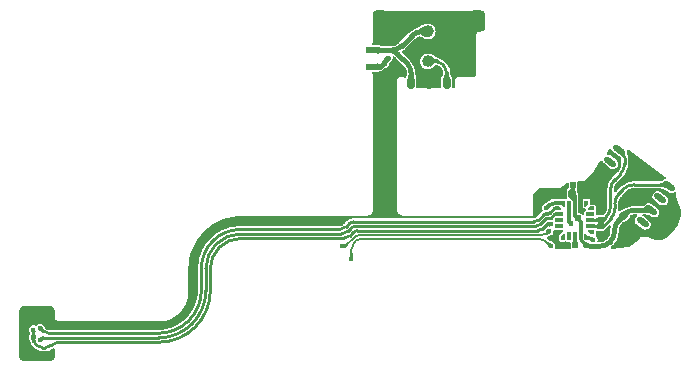
<source format=gbr>
%TF.GenerationSoftware,KiCad,Pcbnew,7.0.8*%
%TF.CreationDate,2024-02-20T09:55:18-08:00*%
%TF.ProjectId,adapter-encoder-pcb,61646170-7465-4722-9d65-6e636f646572,rev?*%
%TF.SameCoordinates,PX8db6561PY6e74585*%
%TF.FileFunction,Copper,L1,Top*%
%TF.FilePolarity,Positive*%
%FSLAX46Y46*%
G04 Gerber Fmt 4.6, Leading zero omitted, Abs format (unit mm)*
G04 Created by KiCad (PCBNEW 7.0.8) date 2024-02-20 09:55:18*
%MOMM*%
%LPD*%
G01*
G04 APERTURE LIST*
G04 Aperture macros list*
%AMRoundRect*
0 Rectangle with rounded corners*
0 $1 Rounding radius*
0 $2 $3 $4 $5 $6 $7 $8 $9 X,Y pos of 4 corners*
0 Add a 4 corners polygon primitive as box body*
4,1,4,$2,$3,$4,$5,$6,$7,$8,$9,$2,$3,0*
0 Add four circle primitives for the rounded corners*
1,1,$1+$1,$2,$3*
1,1,$1+$1,$4,$5*
1,1,$1+$1,$6,$7*
1,1,$1+$1,$8,$9*
0 Add four rect primitives between the rounded corners*
20,1,$1+$1,$2,$3,$4,$5,0*
20,1,$1+$1,$4,$5,$6,$7,0*
20,1,$1+$1,$6,$7,$8,$9,0*
20,1,$1+$1,$8,$9,$2,$3,0*%
%AMHorizOval*
0 Thick line with rounded ends*
0 $1 width*
0 $2 $3 position (X,Y) of the first rounded end (center of the circle)*
0 $4 $5 position (X,Y) of the second rounded end (center of the circle)*
0 Add line between two ends*
20,1,$1,$2,$3,$4,$5,0*
0 Add two circle primitives to create the rounded ends*
1,1,$1,$2,$3*
1,1,$1,$4,$5*%
%AMFreePoly0*
4,1,6,0.325000,0.000000,0.325000,-0.150000,-0.175000,-0.150000,-0.175000,0.150000,0.175000,0.150000,0.325000,0.000000,0.325000,0.000000,$1*%
%AMFreePoly1*
4,1,6,0.325000,0.000000,0.175000,-0.150000,-0.175000,-0.150000,-0.175000,0.150000,0.325000,0.150000,0.325000,0.000000,0.325000,0.000000,$1*%
%AMFreePoly2*
4,1,6,0.150000,-0.175000,-0.150000,-0.175000,-0.150000,0.175000,0.000000,0.325000,0.150000,0.325000,0.150000,-0.175000,0.150000,-0.175000,$1*%
%AMFreePoly3*
4,1,6,0.150000,0.175000,0.150000,-0.175000,-0.150000,-0.175000,-0.150000,0.325000,0.000000,0.325000,0.150000,0.175000,0.150000,0.175000,$1*%
%AMFreePoly4*
4,1,6,0.175000,-0.150000,-0.175000,-0.150000,-0.325000,0.000000,-0.325000,0.150000,0.175000,0.150000,0.175000,-0.150000,0.175000,-0.150000,$1*%
%AMFreePoly5*
4,1,7,0.175000,-0.150000,-0.175000,-0.150000,-0.325000,-0.150000,-0.325000,0.000000,-0.175000,0.150000,0.175000,0.150000,0.175000,-0.150000,0.175000,-0.150000,$1*%
%AMFreePoly6*
4,1,6,0.150000,-0.175000,0.000000,-0.325000,-0.150000,-0.325000,-0.150000,0.175000,0.150000,0.175000,0.150000,-0.175000,0.150000,-0.175000,$1*%
%AMFreePoly7*
4,1,6,0.150000,-0.325000,0.000000,-0.325000,-0.150000,-0.175000,-0.150000,0.175000,0.150000,0.175000,0.150000,-0.325000,0.150000,-0.325000,$1*%
G04 Aperture macros list end*
%TA.AperFunction,ComponentPad*%
%ADD10C,0.400000*%
%TD*%
%TA.AperFunction,SMDPad,CuDef*%
%ADD11C,1.000000*%
%TD*%
%TA.AperFunction,SMDPad,CuDef*%
%ADD12RoundRect,0.025000X-0.225000X0.175000X-0.225000X-0.175000X0.225000X-0.175000X0.225000X0.175000X0*%
%TD*%
%TA.AperFunction,SMDPad,CuDef*%
%ADD13RoundRect,0.025000X-0.175000X-0.225000X0.175000X-0.225000X0.175000X0.225000X-0.175000X0.225000X0*%
%TD*%
%TA.AperFunction,SMDPad,CuDef*%
%ADD14RoundRect,0.150000X-0.150000X-0.250000X0.150000X-0.250000X0.150000X0.250000X-0.150000X0.250000X0*%
%TD*%
%TA.AperFunction,SMDPad,CuDef*%
%ADD15RoundRect,0.025000X0.175000X0.225000X-0.175000X0.225000X-0.175000X-0.225000X0.175000X-0.225000X0*%
%TD*%
%TA.AperFunction,SMDPad,CuDef*%
%ADD16R,0.990600X0.609600*%
%TD*%
%TA.AperFunction,SMDPad,CuDef*%
%ADD17FreePoly0,90.000000*%
%TD*%
%TA.AperFunction,SMDPad,CuDef*%
%ADD18R,0.300000X0.700000*%
%TD*%
%TA.AperFunction,SMDPad,CuDef*%
%ADD19FreePoly1,90.000000*%
%TD*%
%TA.AperFunction,SMDPad,CuDef*%
%ADD20FreePoly2,90.000000*%
%TD*%
%TA.AperFunction,SMDPad,CuDef*%
%ADD21R,0.700000X0.300000*%
%TD*%
%TA.AperFunction,SMDPad,CuDef*%
%ADD22FreePoly3,90.000000*%
%TD*%
%TA.AperFunction,SMDPad,CuDef*%
%ADD23FreePoly4,90.000000*%
%TD*%
%TA.AperFunction,SMDPad,CuDef*%
%ADD24FreePoly5,90.000000*%
%TD*%
%TA.AperFunction,SMDPad,CuDef*%
%ADD25FreePoly6,90.000000*%
%TD*%
%TA.AperFunction,SMDPad,CuDef*%
%ADD26FreePoly7,90.000000*%
%TD*%
%TA.AperFunction,SMDPad,CuDef*%
%ADD27RoundRect,0.025000X0.225000X-0.175000X0.225000X0.175000X-0.225000X0.175000X-0.225000X-0.175000X0*%
%TD*%
%TA.AperFunction,SMDPad,CuDef*%
%ADD28HorizOval,0.550000X-0.242705X0.176336X0.242705X-0.176336X0*%
%TD*%
%TA.AperFunction,SMDPad,CuDef*%
%ADD29RoundRect,0.150000X-0.150000X-0.350000X0.150000X-0.350000X0.150000X0.350000X-0.150000X0.350000X0*%
%TD*%
%TA.AperFunction,SMDPad,CuDef*%
%ADD30RoundRect,0.312500X-0.312500X-0.587500X0.312500X-0.587500X0.312500X0.587500X-0.312500X0.587500X0*%
%TD*%
%TA.AperFunction,ViaPad*%
%ADD31C,0.450000*%
%TD*%
%TA.AperFunction,ViaPad*%
%ADD32C,0.700000*%
%TD*%
%TA.AperFunction,ViaPad*%
%ADD33C,0.609600*%
%TD*%
%TA.AperFunction,Conductor*%
%ADD34C,0.250000*%
%TD*%
%TA.AperFunction,Conductor*%
%ADD35C,0.381000*%
%TD*%
%TA.AperFunction,Conductor*%
%ADD36C,0.304800*%
%TD*%
%TA.AperFunction,Conductor*%
%ADD37C,0.203200*%
%TD*%
%TA.AperFunction,Conductor*%
%ADD38C,0.254000*%
%TD*%
%TA.AperFunction,Conductor*%
%ADD39C,0.248920*%
%TD*%
G04 APERTURE END LIST*
D10*
%TO.P,M1,1,1*%
%TO.N,/RX*%
X-17425167Y10411000D03*
X-17200000Y10801000D03*
D11*
X-17200000Y10541000D03*
D10*
X-16974833Y10411000D03*
%TD*%
%TO.P,M3,1,1*%
%TO.N,GND*%
X-16964833Y11940000D03*
X-17190000Y11550000D03*
D11*
X-17190000Y11810000D03*
D10*
X-17415167Y11940000D03*
%TD*%
%TO.P,M6,1,1*%
%TO.N,GND*%
X-505167Y-4270000D03*
X-280000Y-3880000D03*
D11*
X-280000Y-4140000D03*
D10*
X-54833Y-4270000D03*
%TD*%
D12*
%TO.P,C4,1*%
%TO.N,/SIN*%
X-2550000Y-3420000D03*
%TO.P,C4,2*%
%TO.N,GND*%
X-2550000Y-4220000D03*
%TD*%
D13*
%TO.P,C3,1*%
%TO.N,/3v3*%
X-4870000Y90000D03*
%TO.P,C3,2*%
%TO.N,GND*%
X-4070000Y90000D03*
%TD*%
D14*
%TO.P,C1,1*%
%TO.N,/3v3*%
X-4970000Y-690000D03*
%TO.P,C1,2*%
%TO.N,GND*%
X-3670000Y-690000D03*
%TD*%
D10*
%TO.P,M2,1,1*%
%TO.N,/3v3_FUSED*%
X-16964833Y13210000D03*
X-17190000Y12820000D03*
D11*
X-17190000Y13080000D03*
D10*
X-17415167Y13210000D03*
%TD*%
D15*
%TO.P,C5,1*%
%TO.N,Net-(U2-NRST)*%
X-4750000Y-5020000D03*
%TO.P,C5,2*%
%TO.N,GND*%
X-5550000Y-5020000D03*
%TD*%
D16*
%TO.P,F1,1,1*%
%TO.N,/3v3_FUSED*%
X-21900000Y11498500D03*
%TO.P,F1,2,2*%
%TO.N,/3v3*%
X-21900000Y10101500D03*
%TD*%
D17*
%TO.P,U2,1,PC14*%
%TO.N,unconnected-(U2-PC14-Pad1)*%
X-5750000Y-4375000D03*
D18*
%TO.P,U2,2,PC15*%
%TO.N,unconnected-(U2-PC15-Pad2)*%
X-5250000Y-4200000D03*
%TO.P,U2,3,NRST*%
%TO.N,Net-(U2-NRST)*%
X-4750000Y-4200000D03*
%TO.P,U2,4,VDDA*%
%TO.N,/3v3*%
X-4250000Y-4200000D03*
D19*
%TO.P,U2,5,PA0*%
%TO.N,/V_TEMP*%
X-3750000Y-4375000D03*
D20*
%TO.P,U2,6,PA1*%
%TO.N,unconnected-(U2-PA1-Pad6)*%
X-3275000Y-3900000D03*
D21*
%TO.P,U2,7,PA4*%
%TO.N,/SIN*%
X-3450000Y-3400000D03*
%TO.P,U2,8,PA5*%
%TO.N,/COS*%
X-3450000Y-2900000D03*
%TO.P,U2,9,PA6*%
%TO.N,unconnected-(U2-PA6-Pad9)*%
X-3450000Y-2400000D03*
D22*
%TO.P,U2,10,PA7*%
%TO.N,unconnected-(U2-PA7-Pad10)*%
X-3275000Y-1900000D03*
D23*
%TO.P,U2,11,PB1*%
%TO.N,/LED_GPIO*%
X-3750000Y-1425000D03*
D18*
%TO.P,U2,12,VSS*%
%TO.N,GND*%
X-4250000Y-1600000D03*
%TO.P,U2,13,VDD*%
%TO.N,/3v3*%
X-4750000Y-1600000D03*
%TO.P,U2,14,PA9*%
%TO.N,/TX*%
X-5250000Y-1600000D03*
D24*
%TO.P,U2,15,PA10*%
%TO.N,/RX*%
X-5750000Y-1425000D03*
D25*
%TO.P,U2,16,PA13*%
%TO.N,/SWDIO*%
X-6225000Y-1900000D03*
D21*
%TO.P,U2,17,PA14*%
%TO.N,/SWCLK*%
X-6050000Y-2400000D03*
%TO.P,U2,18,PB6*%
%TO.N,unconnected-(U2-PB6-Pad18)*%
X-6050000Y-2900000D03*
%TO.P,U2,19,PB7*%
%TO.N,unconnected-(U2-PB7-Pad19)*%
X-6050000Y-3400000D03*
D26*
%TO.P,U2,20,PB9*%
%TO.N,GND*%
X-6225000Y-3900000D03*
%TD*%
D27*
%TO.P,C2,1*%
%TO.N,/COS*%
X-2550000Y-2840000D03*
%TO.P,C2,2*%
%TO.N,GND*%
X-2550000Y-2040000D03*
%TD*%
D28*
%TO.P,U1,1,COS_P*%
%TO.N,/COS*%
X-1003939Y3084114D03*
%TO.P,U1,2,COS_N*%
%TO.N,unconnected-(U1-COS_N-Pad2)*%
X-1750426Y2056662D03*
%TO.P,U1,3,GND2*%
%TO.N,GND*%
X-2496913Y1029210D03*
%TO.P,U1,4,GND1*%
X-3243401Y1759D03*
%TO.P,U1,5,Vgmr*%
%TO.N,unconnected-(U1-Vgmr-Pad5)*%
X1003939Y-3084114D03*
%TO.P,U1,6,Vdd*%
%TO.N,/3v3*%
X1750426Y-2056662D03*
%TO.P,U1,7,SIN_N*%
%TO.N,unconnected-(U1-SIN_N-Pad7)*%
X2496913Y-1029210D03*
%TO.P,U1,8,SIN_P*%
%TO.N,/SIN*%
X3243401Y-1759D03*
%TD*%
D29*
%TO.P,U4,1,1*%
%TO.N,/3v3_FUSED*%
X-18600000Y8750000D03*
%TO.P,U4,2,2*%
%TO.N,GND*%
X-17100000Y8750000D03*
%TO.P,U4,3,3*%
%TO.N,/RX*%
X-15600000Y8750000D03*
D30*
%TO.P,U4,4,MNT*%
%TO.N,GND*%
X-21205000Y13950000D03*
X-12995000Y13950000D03*
%TD*%
D31*
%TO.N,/3v3*%
X-24434800Y-5118100D03*
X-20840700Y10350000D03*
D32*
X-625000Y-2515000D03*
D31*
X-20550000Y10850000D03*
X-6934200Y-3810000D03*
D33*
X-4457700Y-2743200D03*
D31*
%TO.N,GND*%
X-19500000Y9800000D03*
X-2810000Y440000D03*
X-19590000Y14010000D03*
X-2540000Y-1570000D03*
X-47550000Y-11850000D03*
X-29410000Y-2920000D03*
X-14721696Y12100996D03*
X-16470000Y9250000D03*
X-2280000Y200000D03*
X-2050000Y-4100000D03*
X-14220000Y10370000D03*
X-45140000Y-11860000D03*
X-14480000Y13870000D03*
X-28470000Y-2960000D03*
X-51280000Y-14300000D03*
X-51140000Y-10620000D03*
X-30240000Y-2920000D03*
X-7962900Y-1155700D03*
X-49310000Y-10650000D03*
X-49370000Y-14380000D03*
X-19830000Y12820000D03*
X-7632700Y-596900D03*
X952500Y965200D03*
X-1680000Y1140000D03*
X-45950000Y-11860000D03*
X-6410000Y-4521200D03*
X-46670000Y-11850000D03*
%TO.N,/V_TEMP*%
X-6770000Y-5090000D03*
X-3200000Y-4540000D03*
X-23650000Y-6160000D03*
%TO.N,/TX*%
X-50580000Y-12170000D03*
X-50590000Y-12790000D03*
X-6756400Y-3238500D03*
X-5020000Y-3190000D03*
%TO.N,/RX*%
X-7137400Y-1828800D03*
%TO.N,/SWDIO*%
X-50010000Y-12040000D03*
%TO.N,/SWCLK*%
X-50060000Y-13050000D03*
%TD*%
D34*
%TO.N,/3v3*%
X-4750000Y-760000D02*
X-4870000Y-640000D01*
D35*
X-20550000Y10800000D02*
X-21248500Y10101500D01*
D34*
X-4250000Y-4556382D02*
X-4250000Y-4200000D01*
D35*
X-5040000Y-810000D02*
X-4870000Y-640000D01*
X-3856382Y-4950000D02*
X-3845172Y-4961210D01*
X1723764Y-2030000D02*
X386051Y-2030000D01*
X-20550000Y10850000D02*
X-20550000Y10800000D01*
D34*
X-4750000Y-1600000D02*
X-4750000Y-760000D01*
D36*
X-4750000Y-2530000D02*
X-4250000Y-3030000D01*
X-4750000Y-1600000D02*
X-4750000Y-2530000D01*
D35*
X-511975Y-2401975D02*
X-625000Y-2515000D01*
X-1380000Y-3833949D02*
X-1380000Y-3796051D01*
X-3485962Y-5110000D02*
X-2656051Y-5110000D01*
X-1008026Y-2898026D02*
X-625000Y-2515000D01*
D36*
X-4250000Y-3030000D02*
X-4250000Y-4200000D01*
D35*
X-1758025Y-4738025D02*
X-1751975Y-4731975D01*
D37*
X-24434800Y-5118100D02*
X-24197692Y-5118100D01*
D35*
X-21248500Y10101500D02*
X-21900000Y10101500D01*
D37*
X-23011172Y-4142000D02*
X-7476620Y-4142000D01*
D34*
X-3856382Y-4950000D02*
X-4250000Y-4556382D01*
X-4870000Y-640000D02*
X-4870000Y90000D01*
X1750426Y-2056662D02*
X1723764Y-2030000D01*
D37*
X-24197692Y-5118100D02*
X-23370382Y-4290790D01*
X-7117410Y-3993210D02*
X-6934200Y-3810000D01*
D35*
X386051Y-2030009D02*
G75*
G03*
X-511975Y-2401975I-16J-1269982D01*
G01*
X-2656051Y-5110007D02*
G75*
G03*
X-1758025Y-4738025I-14J1270016D01*
G01*
D37*
X-7476620Y-4142028D02*
G75*
G03*
X-7117411Y-3993209I-45J508037D01*
G01*
X-23011172Y-4141993D02*
G75*
G03*
X-23370382Y-4290790I7J-507998D01*
G01*
D35*
X-1008013Y-2898039D02*
G75*
G03*
X-1380000Y-3796051I898048J-898052D01*
G01*
X-1751961Y-4731989D02*
G75*
G03*
X-1380000Y-3833949I-898004J897998D01*
G01*
X-3845176Y-4961214D02*
G75*
G03*
X-3485962Y-5110000I359211J359223D01*
G01*
D34*
%TO.N,GND*%
X-2170000Y-4220000D02*
X-2050000Y-4100000D01*
X-2550000Y-4220000D02*
X-2170000Y-4220000D01*
X-2550000Y-2040000D02*
X-2550000Y-1580000D01*
X-2550000Y-1580000D02*
X-2540000Y-1570000D01*
%TO.N,/COS*%
X-3450000Y-2900000D02*
X-2610000Y-2900000D01*
X-668790Y2748965D02*
X-1003939Y3084114D01*
X-2350000Y-2820000D02*
X-2280000Y-2820000D01*
X-2550000Y-2840000D02*
X-2300000Y-2840000D01*
X-2280000Y-2820000D02*
X-2091974Y-2631974D01*
X-1348025Y541975D02*
X-891974Y998026D01*
X-520000Y1896051D02*
X-520000Y2389755D01*
X-2610000Y-2900000D02*
X-2550000Y-2840000D01*
X-1720000Y-1733949D02*
X-1720000Y-356051D01*
X-519958Y2389755D02*
G75*
G03*
X-668790Y2748965I-508007J-46D01*
G01*
X-2091960Y-2631988D02*
G75*
G03*
X-1720000Y-1733949I-898005J897997D01*
G01*
X-1348012Y541962D02*
G75*
G03*
X-1720000Y-356051I898047J-898053D01*
G01*
X-891960Y998012D02*
G75*
G03*
X-520000Y1896051I-898005J897997D01*
G01*
%TO.N,/SIN*%
X3141642Y100000D02*
X3223807Y17835D01*
X-3450000Y-3400000D02*
X-2570000Y-3400000D01*
X266051Y100000D02*
X3141642Y100000D01*
X-2550000Y-3420000D02*
X-2338262Y-3420000D01*
X-2570000Y-3400000D02*
X-2550000Y-3420000D01*
X-971025Y-611025D02*
X-631974Y-271974D01*
X-2338262Y-3420000D02*
X-1714974Y-2796712D01*
X-1343000Y-1898687D02*
X-1343000Y-1509051D01*
X-1714979Y-2796707D02*
G75*
G03*
X-1343000Y-1898687I-897986J898016D01*
G01*
X-971012Y-611038D02*
G75*
G03*
X-1343000Y-1509051I898047J-898053D01*
G01*
X266051Y99991D02*
G75*
G03*
X-631974Y-271974I-16J-1269982D01*
G01*
D37*
%TO.N,/V_TEMP*%
X-23650000Y-6160000D02*
X-23650000Y-5353013D01*
X-22606000Y-4472200D02*
X-7913851Y-4472200D01*
X-22874398Y-4472200D02*
X-22606000Y-4472200D01*
X-23426815Y-4814197D02*
X-23233608Y-4620990D01*
D34*
X-3750000Y-4375000D02*
X-3365000Y-4375000D01*
X-3365000Y-4375000D02*
X-3200000Y-4540000D01*
D37*
X-7015825Y-4844175D02*
X-6770000Y-5090000D01*
X-23426833Y-4814179D02*
G75*
G03*
X-23650000Y-5353013I538868J-538812D01*
G01*
X-22874398Y-4472175D02*
G75*
G03*
X-23233608Y-4620990I33J-508016D01*
G01*
X-7015834Y-4844184D02*
G75*
G03*
X-7913851Y-4472200I-898031J-898007D01*
G01*
D34*
%TO.N,Net-(U2-NRST)*%
X-4750000Y-4200000D02*
X-4750000Y-5020000D01*
D38*
%TO.N,/TX*%
X-34854151Y-5205932D02*
X-34837168Y-5188949D01*
X-49026815Y-13466815D02*
X-49016584Y-13456584D01*
X-23164293Y-3784713D02*
X-7872303Y-3784713D01*
X-32481184Y-4445000D02*
X-25400000Y-4445000D01*
X-7513093Y-3635923D02*
X-7115670Y-3238500D01*
D34*
X-6751256Y-3236883D02*
X-6772976Y-3215163D01*
D38*
X-50356815Y-13463185D02*
X-50353184Y-13466816D01*
D36*
X-5250000Y-1600000D02*
X-5250000Y-2960000D01*
D38*
X-35598100Y-8857064D02*
X-35598100Y-7001983D01*
D36*
X-5250000Y-2960000D02*
X-5020000Y-3190000D01*
D38*
X-49814369Y-13690000D02*
X-49565631Y-13690000D01*
X-48477769Y-13233400D02*
X-39974436Y-13233400D01*
X-33041117Y-4445000D02*
X-32484784Y-4445000D01*
X-23811815Y-4221815D02*
X-23523503Y-3933503D01*
X-32484784Y-4445000D02*
X-32482984Y-4446800D01*
X-32482984Y-4446800D02*
X-32481184Y-4445000D01*
X-25400000Y-4445000D02*
X-24350631Y-4445000D01*
X-50580000Y-12170000D02*
X-50580000Y-12924369D01*
X-36885228Y-11953808D02*
X-36877692Y-11946272D01*
D34*
X-6772976Y-3215163D02*
X-7095163Y-3215163D01*
D38*
X-50353184Y-13466816D02*
G75*
G03*
X-49814369Y-13690000I538819J538825D01*
G01*
X-33041117Y-4445032D02*
G75*
G03*
X-34837168Y-5188949I-48J-2539959D01*
G01*
X-36877686Y-11946278D02*
G75*
G03*
X-35598100Y-8857064I-3089179J3089187D01*
G01*
X-7872303Y-3784679D02*
G75*
G03*
X-7513093Y-3635923I38J507988D01*
G01*
X-50579974Y-12924369D02*
G75*
G03*
X-50356815Y-13463185I762009J-22D01*
G01*
X-34854154Y-5205929D02*
G75*
G03*
X-35598100Y-7001983I1796089J-1796062D01*
G01*
X-48477769Y-13233395D02*
G75*
G03*
X-49016584Y-13456584I4J-761996D01*
G01*
X-23164293Y-3784688D02*
G75*
G03*
X-23523502Y-3933504I28J-508003D01*
G01*
X-39974436Y-13233417D02*
G75*
G03*
X-36885229Y-11953807I-29J4368826D01*
G01*
X-24350631Y-4445021D02*
G75*
G03*
X-23811815Y-4221815I-34J762030D01*
G01*
X-49565631Y-13690021D02*
G75*
G03*
X-49026815Y-13466815I-34J762030D01*
G01*
D36*
%TO.N,/RX*%
X-7116509Y-1836991D02*
X-6927702Y-1648184D01*
D34*
X-15600000Y9634369D02*
X-15600000Y8750000D01*
D36*
X-5750000Y-1425000D02*
X-6015000Y-1425000D01*
X-6388887Y-1425000D02*
X-5750000Y-1425000D01*
D34*
X-15967815Y10317815D02*
X-15823184Y10173184D01*
X-17200000Y10541000D02*
X-16506631Y10541000D01*
X-15600018Y9634369D02*
G75*
G03*
X-15823184Y10173184I-761947J40D01*
G01*
D36*
X-6388887Y-1424982D02*
G75*
G03*
X-6927702Y-1648184I22J-762009D01*
G01*
D34*
X-15967834Y10317796D02*
G75*
G03*
X-16506631Y10541000I-538831J-538787D01*
G01*
D38*
%TO.N,/SWDIO*%
X-40137058Y-12472249D02*
X-40140138Y-12475400D01*
X-7372789Y-2417987D02*
X-7827794Y-2872992D01*
X-23840572Y-3170572D02*
X-23960000Y-3290000D01*
X-41040000Y-12475400D02*
X-49258969Y-12475400D01*
X-40140138Y-12475400D02*
X-41040000Y-12475400D01*
D39*
X-36356100Y-8830795D02*
X-36356100Y-7670000D01*
X-36356100Y-7670000D02*
X-36356100Y-6989950D01*
X-25400000Y-3683000D02*
X-24668631Y-3683000D01*
D38*
X-8187004Y-3021782D02*
X-23481362Y-3021782D01*
X-7051618Y-2343592D02*
X-7193184Y-2343592D01*
X-6225000Y-1900000D02*
X-6502817Y-1900000D01*
D39*
X-33049150Y-3683000D02*
X-25400000Y-3683000D01*
D38*
X-37447161Y-11415841D02*
X-37412507Y-11381187D01*
X-49797785Y-12252215D02*
X-50010000Y-12040000D01*
X-40137058Y-12472249D02*
X-39997554Y-12472249D01*
X-35388966Y-4655083D02*
X-35384016Y-4650133D01*
D39*
X-24129815Y-3459815D02*
X-23960000Y-3290000D01*
D38*
X-6502817Y-1900000D02*
X-6872013Y-2269197D01*
D39*
X-35388953Y-4655096D02*
G75*
G03*
X-36356100Y-6989950I2334888J-2334895D01*
G01*
D38*
X-39997554Y-12472268D02*
G75*
G03*
X-37447162Y-11415840I-11J3606777D01*
G01*
X-23481362Y-3021788D02*
G75*
G03*
X-23840571Y-3170573I-3J-508003D01*
G01*
X-49797785Y-12252215D02*
G75*
G03*
X-49258969Y-12475400I538820J538824D01*
G01*
X-37412516Y-11381178D02*
G75*
G03*
X-36356100Y-8830795I-2550349J2550387D01*
G01*
X-7051618Y-2343624D02*
G75*
G03*
X-6872014Y-2269196I-47J254033D01*
G01*
D39*
X-33049150Y-3683009D02*
G75*
G03*
X-35384015Y-4650134I-15J-3301982D01*
G01*
D38*
X-8187004Y-3021756D02*
G75*
G03*
X-7827795Y-2872991I39J507965D01*
G01*
X-7193184Y-2343579D02*
G75*
G03*
X-7372789Y-2417987I19J-254012D01*
G01*
D39*
X-24668631Y-3683021D02*
G75*
G03*
X-24129815Y-3459815I-34J762030D01*
G01*
D34*
%TO.N,/SWCLK*%
X-50060000Y-13050000D02*
X-49864400Y-12854400D01*
X-49864400Y-12854400D02*
X-39976201Y-12854400D01*
D38*
X-23322827Y-3403247D02*
X-8029653Y-3403247D01*
X-7140578Y-2724592D02*
X-6788592Y-2724592D01*
D34*
X-35977100Y-8855299D02*
X-35977100Y-8050000D01*
D38*
X-7670443Y-3254457D02*
X-7140578Y-2724592D01*
X-25400000Y-4064000D02*
X-24509631Y-4064000D01*
D34*
X-35977100Y-8050000D02*
X-35977100Y-6981947D01*
D38*
X-6788592Y-2724592D02*
X-6464000Y-2400000D01*
X-25400000Y-4064000D02*
X-33055950Y-4064000D01*
D34*
X-37156400Y-11686400D02*
X-37145099Y-11675099D01*
X-35977100Y-8857893D02*
X-35977100Y-8050000D01*
D38*
X-23970815Y-3840815D02*
X-23682037Y-3552037D01*
X-6464000Y-2400000D02*
X-6050000Y-2400000D01*
X-33055950Y-4064008D02*
G75*
G03*
X-35103449Y-4912102I-15J-2895583D01*
G01*
X-8029653Y-3403238D02*
G75*
G03*
X-7670444Y-3254456I-12J508047D01*
G01*
D34*
X-37145110Y-11675088D02*
G75*
G03*
X-35977100Y-8855299I-2819755J2819797D01*
G01*
D38*
X-23322827Y-3403288D02*
G75*
G03*
X-23682036Y-3552038I-38J-508003D01*
G01*
D34*
X-39976201Y-12854384D02*
G75*
G03*
X-37156400Y-11686400I-64J3987993D01*
G01*
D38*
X-24509631Y-4064021D02*
G75*
G03*
X-23970815Y-3840815I-34J762030D01*
G01*
D34*
X-35128985Y-4934465D02*
G75*
G03*
X-35977100Y-6981947I2047520J-2047526D01*
G01*
D35*
%TO.N,/3v3_FUSED*%
X-20800000Y11498500D02*
X-20576051Y11498500D01*
X-20800000Y11498500D02*
X-20277551Y11498500D01*
X-18600000Y8750000D02*
X-18600000Y9522449D01*
X-21900000Y11498500D02*
X-20800000Y11498500D01*
X-18971975Y10420475D02*
X-19678026Y11126526D01*
X-17643949Y13080000D02*
X-17190000Y13080000D01*
X-19379525Y11870475D02*
X-18541974Y12708026D01*
X-18599962Y9522449D02*
G75*
G03*
X-18971975Y10420475I-1270003J-40D01*
G01*
X-19678035Y11126517D02*
G75*
G03*
X-20576051Y11498500I-898030J-898008D01*
G01*
X-17643949Y13079991D02*
G75*
G03*
X-18541974Y12708026I-16J-1269982D01*
G01*
X-20277551Y11498493D02*
G75*
G03*
X-19379525Y11870475I-14J1270016D01*
G01*
%TD*%
%TA.AperFunction,Conductor*%
%TO.N,/3v3_FUSED*%
G36*
X-17376843Y13531140D02*
G01*
X-17376841Y13531133D01*
X-17190982Y13084949D01*
X-17190964Y13075994D01*
X-17190978Y13075959D01*
X-17376485Y12629745D01*
X-17382826Y12623421D01*
X-17391780Y12623432D01*
X-17392612Y12623817D01*
X-17552624Y12705558D01*
X-17553098Y12705828D01*
X-17681999Y12787624D01*
X-17682003Y12787626D01*
X-17796036Y12843302D01*
X-17922291Y12852132D01*
X-17922294Y12852131D01*
X-18078403Y12796949D01*
X-18087345Y12797423D01*
X-18092726Y12802667D01*
X-18255728Y13122581D01*
X-18256430Y13131509D01*
X-18250619Y13138315D01*
X-18046613Y13242274D01*
X-17893744Y13318621D01*
X-17760118Y13381227D01*
X-17603423Y13449273D01*
X-17392146Y13537433D01*
X-17383192Y13537455D01*
X-17376843Y13531140D01*
G37*
%TD.AperFunction*%
%TD*%
%TA.AperFunction,Conductor*%
%TO.N,/COS*%
G36*
X-996491Y3081686D02*
G01*
X-675842Y2934529D01*
X-499040Y2853388D01*
X-492950Y2846822D01*
X-492424Y2844928D01*
X-473969Y2747318D01*
X-454390Y2652768D01*
X-434812Y2567217D01*
X-415234Y2490667D01*
X-399900Y2437762D01*
X-400888Y2428862D01*
X-407880Y2423268D01*
X-410899Y2422807D01*
X-640590Y2418124D01*
X-648931Y2421382D01*
X-649134Y2421582D01*
X-756334Y2529638D01*
X-867076Y2632264D01*
X-977800Y2725874D01*
X-1011976Y2751989D01*
X-1088531Y2810490D01*
X-1187721Y2878225D01*
X-1192621Y2885720D01*
X-1190785Y2894485D01*
X-1189480Y2896074D01*
X-1009716Y3079247D01*
X-1001478Y3082750D01*
X-996491Y3081686D01*
G37*
%TD.AperFunction*%
%TD*%
%TA.AperFunction,Conductor*%
%TO.N,/3v3*%
G36*
X-937725Y-2385431D02*
G01*
X-628929Y-2512335D01*
X-622579Y-2518650D01*
X-622556Y-2518706D01*
X-495727Y-2827015D01*
X-495749Y-2835970D01*
X-502096Y-2842286D01*
X-502611Y-2842484D01*
X-609860Y-2880800D01*
X-610185Y-2880905D01*
X-668367Y-2897928D01*
X-700223Y-2907249D01*
X-700226Y-2907249D01*
X-700229Y-2907251D01*
X-774179Y-2936732D01*
X-774182Y-2936734D01*
X-844380Y-2988505D01*
X-916299Y-3073469D01*
X-924260Y-3077570D01*
X-932106Y-3075375D01*
X-1222023Y-2864734D01*
X-1226702Y-2857099D01*
X-1224612Y-2848393D01*
X-1149703Y-2746687D01*
X-1092021Y-2666868D01*
X-1046943Y-2594935D01*
X-1002909Y-2507472D01*
X-952913Y-2391615D01*
X-946490Y-2385379D01*
X-937725Y-2385431D01*
G37*
%TD.AperFunction*%
%TD*%
%TA.AperFunction,Conductor*%
%TO.N,/SWCLK*%
G36*
X-49694671Y-12732925D02*
G01*
X-49691024Y-12741104D01*
X-49691020Y-12741416D01*
X-49691020Y-12969691D01*
X-49694447Y-12977964D01*
X-49700562Y-12981190D01*
X-49762028Y-12992727D01*
X-49762031Y-12992729D01*
X-49800422Y-13028569D01*
X-49800425Y-13028572D01*
X-49824306Y-13080721D01*
X-49851239Y-13141766D01*
X-49852551Y-13144021D01*
X-49892845Y-13198255D01*
X-49900530Y-13202852D01*
X-49909215Y-13200669D01*
X-49910484Y-13199576D01*
X-49967449Y-13142967D01*
X-50059320Y-13051670D01*
X-50061898Y-13047808D01*
X-50141740Y-12852786D01*
X-50141703Y-12843833D01*
X-50135515Y-12837599D01*
X-50038116Y-12795955D01*
X-49960150Y-12763808D01*
X-49959571Y-12763605D01*
X-49955399Y-12762381D01*
X-49890969Y-12743495D01*
X-49889207Y-12743126D01*
X-49807871Y-12732549D01*
X-49807281Y-12732503D01*
X-49703031Y-12729720D01*
X-49694671Y-12732925D01*
G37*
%TD.AperFunction*%
%TD*%
%TA.AperFunction,Conductor*%
%TO.N,/3v3*%
G36*
X-4674100Y-645868D02*
G01*
X-4669427Y-653507D01*
X-4669302Y-654696D01*
X-4661000Y-808435D01*
X-4652000Y-964617D01*
X-4643000Y-1110300D01*
X-4634000Y-1245482D01*
X-4625905Y-1357623D01*
X-4628728Y-1366121D01*
X-4636733Y-1370135D01*
X-4637575Y-1370165D01*
X-4869012Y-1370165D01*
X-4877285Y-1366738D01*
X-4878502Y-1365308D01*
X-4931647Y-1291604D01*
X-4969793Y-1245771D01*
X-4972500Y-1238286D01*
X-4972500Y-1237442D01*
X-4979898Y-1200252D01*
X-5008078Y-1158078D01*
X-5050252Y-1129898D01*
X-5087442Y-1122500D01*
X-5093066Y-1122500D01*
X-5100543Y-1119799D01*
X-5101559Y-1118955D01*
X-5101561Y-1118953D01*
X-5149545Y-1087987D01*
X-5154638Y-1080621D01*
X-5153755Y-1073107D01*
X-4972656Y-694551D01*
X-4965995Y-688567D01*
X-4963931Y-688044D01*
X-4682804Y-643769D01*
X-4674100Y-645868D01*
G37*
%TD.AperFunction*%
%TD*%
%TA.AperFunction,Conductor*%
%TO.N,/TX*%
G36*
X-50382890Y-12251594D02*
G01*
X-50376584Y-12257952D01*
X-50376609Y-12266878D01*
X-50407928Y-12342180D01*
X-50431409Y-12404903D01*
X-50431410Y-12404906D01*
X-50445075Y-12460975D01*
X-50445077Y-12460989D01*
X-50451437Y-12527112D01*
X-50452806Y-12608497D01*
X-50456371Y-12616711D01*
X-50464504Y-12620000D01*
X-50695496Y-12620000D01*
X-50703769Y-12616573D01*
X-50707194Y-12608497D01*
X-50708564Y-12527112D01*
X-50710685Y-12505069D01*
X-50714926Y-12460982D01*
X-50720282Y-12439005D01*
X-50728592Y-12404906D01*
X-50728593Y-12404903D01*
X-50752073Y-12342180D01*
X-50783392Y-12266878D01*
X-50783405Y-12257923D01*
X-50777112Y-12251594D01*
X-50584520Y-12170893D01*
X-50575569Y-12170857D01*
X-50382890Y-12251594D01*
G37*
%TD.AperFunction*%
%TD*%
%TA.AperFunction,Conductor*%
%TO.N,Net-(U2-NRST)*%
G36*
X-4745402Y-4218015D02*
G01*
X-4739241Y-4224176D01*
X-4601390Y-4546749D01*
X-4600645Y-4553477D01*
X-4605000Y-4577000D01*
X-4610000Y-4605500D01*
X-4615001Y-4635500D01*
X-4620001Y-4667000D01*
X-4623493Y-4690052D01*
X-4628120Y-4697719D01*
X-4635061Y-4700000D01*
X-4864939Y-4700000D01*
X-4873212Y-4696573D01*
X-4876507Y-4690053D01*
X-4880000Y-4667001D01*
X-4885000Y-4635500D01*
X-4890001Y-4605500D01*
X-4895001Y-4577000D01*
X-4899357Y-4553474D01*
X-4898613Y-4546753D01*
X-4760759Y-4224175D01*
X-4754356Y-4217915D01*
X-4745402Y-4218015D01*
G37*
%TD.AperFunction*%
%TD*%
%TA.AperFunction,Conductor*%
%TO.N,/RX*%
G36*
X-15475197Y9546573D02*
G01*
X-15472355Y9541954D01*
X-15442284Y9450481D01*
X-15409568Y9361462D01*
X-15376853Y9282945D01*
X-15362877Y9253888D01*
X-15344135Y9214923D01*
X-15344131Y9214915D01*
X-15344128Y9214910D01*
X-15315095Y9163867D01*
X-15313983Y9154981D01*
X-15315710Y9151330D01*
X-15590445Y8762523D01*
X-15598018Y8757744D01*
X-15606752Y8759720D01*
X-15609555Y8762523D01*
X-15884291Y9151331D01*
X-15886267Y9160065D01*
X-15884908Y9163863D01*
X-15855866Y9214923D01*
X-15855863Y9214928D01*
X-15823148Y9282945D01*
X-15790433Y9361462D01*
X-15757717Y9450481D01*
X-15727645Y9541954D01*
X-15721806Y9548743D01*
X-15716530Y9550000D01*
X-15483470Y9550000D01*
X-15475197Y9546573D01*
G37*
%TD.AperFunction*%
%TD*%
%TA.AperFunction,Conductor*%
%TO.N,/V_TEMP*%
G36*
X-3569136Y-4250886D02*
G01*
X-3487179Y-4256691D01*
X-3485268Y-4256988D01*
X-3462196Y-4262558D01*
X-3419692Y-4272819D01*
X-3419200Y-4272961D01*
X-3385499Y-4284292D01*
X-3362218Y-4292120D01*
X-3295442Y-4308240D01*
X-3210825Y-4314233D01*
X-3202815Y-4318236D01*
X-3199952Y-4325852D01*
X-3199022Y-4535102D01*
X-3202412Y-4543390D01*
X-3202475Y-4543453D01*
X-3349890Y-4689946D01*
X-3358174Y-4693347D01*
X-3366436Y-4689894D01*
X-3367247Y-4688988D01*
X-3407891Y-4638549D01*
X-3408898Y-4637085D01*
X-3440048Y-4583406D01*
X-3469221Y-4539676D01*
X-3511311Y-4510570D01*
X-3521329Y-4509064D01*
X-3571694Y-4501496D01*
X-3579366Y-4496878D01*
X-3581655Y-4489926D01*
X-3581655Y-4262558D01*
X-3578228Y-4254285D01*
X-3569955Y-4250858D01*
X-3569136Y-4250886D01*
G37*
%TD.AperFunction*%
%TD*%
%TA.AperFunction,Conductor*%
%TO.N,/SWCLK*%
G36*
X-6151777Y-2368353D02*
G01*
X-6057372Y-2396854D01*
X-6050443Y-2402526D01*
X-6049059Y-2407730D01*
X-6045446Y-2537561D01*
X-6048641Y-2545926D01*
X-6056816Y-2549581D01*
X-6057537Y-2549579D01*
X-6123081Y-2547362D01*
X-6201063Y-2546105D01*
X-6279045Y-2546227D01*
X-6357027Y-2547730D01*
X-6429912Y-2550424D01*
X-6438306Y-2547305D01*
X-6438617Y-2547005D01*
X-6600723Y-2384899D01*
X-6604150Y-2376626D01*
X-6600723Y-2368353D01*
X-6595785Y-2365412D01*
X-6571691Y-2358250D01*
X-6528768Y-2344111D01*
X-6485846Y-2328592D01*
X-6442923Y-2311693D01*
X-6403903Y-2295075D01*
X-6395939Y-2294640D01*
X-6151777Y-2368353D01*
G37*
%TD.AperFunction*%
%TD*%
%TA.AperFunction,Conductor*%
%TO.N,/TX*%
G36*
X-6837984Y-3041417D02*
G01*
X-6837972Y-3041444D01*
X-6757295Y-3233978D01*
X-6757258Y-3242933D01*
X-6757295Y-3243022D01*
X-6837650Y-3434788D01*
X-6844008Y-3441094D01*
X-6852963Y-3441057D01*
X-6853716Y-3440710D01*
X-6903914Y-3415355D01*
X-6904558Y-3414975D01*
X-6946668Y-3386331D01*
X-6983490Y-3362445D01*
X-6983492Y-3362444D01*
X-6983495Y-3362442D01*
X-7028419Y-3346174D01*
X-7028418Y-3346174D01*
X-7084513Y-3341122D01*
X-7092445Y-3336967D01*
X-7095163Y-3329469D01*
X-7095163Y-3101607D01*
X-7091736Y-3093334D01*
X-7083723Y-3089910D01*
X-7030559Y-3088739D01*
X-6984693Y-3083510D01*
X-6945862Y-3073040D01*
X-6902367Y-3055891D01*
X-6853309Y-3035186D01*
X-6844358Y-3035127D01*
X-6837984Y-3041417D01*
G37*
%TD.AperFunction*%
%TD*%
%TA.AperFunction,Conductor*%
%TO.N,/COS*%
G36*
X-3070000Y-2757999D02*
G01*
X-3045914Y-2763217D01*
X-3040001Y-2764499D01*
X-3040002Y-2764499D01*
X-3030000Y-2766166D01*
X-3010000Y-2769500D01*
X-3009987Y-2769501D01*
X-3009984Y-2769502D01*
X-2980010Y-2772999D01*
X-2980007Y-2772999D01*
X-2980000Y-2773000D01*
X-2960920Y-2774272D01*
X-2952895Y-2778240D01*
X-2950000Y-2785945D01*
X-2950000Y-3014053D01*
X-2953427Y-3022326D01*
X-2960921Y-3025727D01*
X-2973082Y-3026537D01*
X-2980000Y-3026999D01*
X-2980009Y-3027000D01*
X-2980010Y-3027000D01*
X-3009984Y-3030497D01*
X-3009987Y-3030497D01*
X-3010000Y-3030499D01*
X-3030000Y-3033833D01*
X-3040002Y-3035500D01*
X-3040001Y-3035500D01*
X-3046729Y-3036957D01*
X-3070000Y-3042000D01*
X-3070015Y-3042004D01*
X-3070014Y-3042003D01*
X-3096100Y-3048959D01*
X-3103712Y-3048413D01*
X-3425824Y-2910759D01*
X-3432085Y-2904356D01*
X-3431985Y-2895402D01*
X-3425824Y-2889241D01*
X-3103712Y-2751585D01*
X-3096100Y-2751040D01*
X-3070000Y-2757999D01*
G37*
%TD.AperFunction*%
%TD*%
%TA.AperFunction,Conductor*%
%TO.N,/3v3*%
G36*
X-24421614Y-4894851D02*
G01*
X-24353187Y-4903938D01*
X-24350947Y-4904465D01*
X-24287580Y-4926179D01*
X-24232919Y-4943033D01*
X-24179558Y-4938324D01*
X-24127044Y-4901381D01*
X-24118307Y-4899424D01*
X-24112040Y-4902678D01*
X-23983999Y-5030719D01*
X-23980572Y-5038992D01*
X-23983999Y-5047265D01*
X-23984410Y-5047657D01*
X-24045319Y-5102922D01*
X-24045839Y-5103342D01*
X-24100404Y-5142503D01*
X-24100701Y-5142703D01*
X-24150464Y-5173991D01*
X-24205445Y-5213451D01*
X-24205455Y-5213460D01*
X-24267484Y-5269742D01*
X-24275914Y-5272763D01*
X-24283582Y-5269387D01*
X-24432028Y-5122255D01*
X-24435492Y-5113997D01*
X-24435492Y-5113908D01*
X-24435457Y-5102922D01*
X-24434842Y-4906412D01*
X-24431389Y-4898151D01*
X-24423105Y-4894750D01*
X-24421614Y-4894851D01*
G37*
%TD.AperFunction*%
%TD*%
%TA.AperFunction,Conductor*%
%TO.N,/TX*%
G36*
X-5098862Y-2838696D02*
G01*
X-5095676Y-2844608D01*
X-5083408Y-2904150D01*
X-5045554Y-2939190D01*
X-5045553Y-2939190D01*
X-5045551Y-2939192D01*
X-4991122Y-2959355D01*
X-4928620Y-2983068D01*
X-4925981Y-2984479D01*
X-4872117Y-3022901D01*
X-4867371Y-3030494D01*
X-4869386Y-3039219D01*
X-4870612Y-3040672D01*
X-5018328Y-3189317D01*
X-5022194Y-3191898D01*
X-5217784Y-3271973D01*
X-5226739Y-3271936D01*
X-5232704Y-3266332D01*
X-5280861Y-3168912D01*
X-5328498Y-3094588D01*
X-5366434Y-3030886D01*
X-5367495Y-3028556D01*
X-5392526Y-2952437D01*
X-5393072Y-2949738D01*
X-5401369Y-2847919D01*
X-5398626Y-2839395D01*
X-5390658Y-2835308D01*
X-5389708Y-2835269D01*
X-5107135Y-2835269D01*
X-5098862Y-2838696D01*
G37*
%TD.AperFunction*%
%TD*%
%TA.AperFunction,Conductor*%
%TO.N,/RX*%
G36*
X-16997968Y10998179D02*
G01*
X-16997710Y10998068D01*
X-16983799Y10991878D01*
X-16814280Y10916445D01*
X-16813979Y10916300D01*
X-16679888Y10846496D01*
X-16565742Y10782174D01*
X-16431502Y10712288D01*
X-16247390Y10630350D01*
X-16241226Y10623857D01*
X-16241339Y10615184D01*
X-16328940Y10403723D01*
X-16335272Y10397391D01*
X-16342159Y10396752D01*
X-16502215Y10430450D01*
X-16620234Y10386421D01*
X-16721075Y10292973D01*
X-16838148Y10181322D01*
X-16840220Y10179746D01*
X-16997047Y10086001D01*
X-17005906Y10084698D01*
X-17013093Y10090041D01*
X-17013853Y10091551D01*
X-17199055Y10536888D01*
X-17199067Y10545838D01*
X-17013266Y10991880D01*
X-17006923Y10998197D01*
X-16997968Y10998179D01*
G37*
%TD.AperFunction*%
%TD*%
%TA.AperFunction,Conductor*%
%TO.N,/3v3*%
G36*
X1269722Y-1767373D02*
G01*
X1743269Y-2051763D01*
X1748597Y-2058960D01*
X1748293Y-2065645D01*
X1660155Y-2318433D01*
X1654195Y-2325117D01*
X1646344Y-2325949D01*
X1526084Y-2296725D01*
X1395508Y-2270064D01*
X1264931Y-2248472D01*
X1134355Y-2231951D01*
X1014457Y-2221436D01*
X1006515Y-2217300D01*
X1003779Y-2209781D01*
X1003779Y-1850144D01*
X1007206Y-1841871D01*
X1014375Y-1838496D01*
X1055883Y-1834563D01*
X1065508Y-1832714D01*
X1107986Y-1824556D01*
X1160089Y-1809478D01*
X1160088Y-1809479D01*
X1182078Y-1800975D01*
X1212193Y-1789331D01*
X1258602Y-1766870D01*
X1267541Y-1766352D01*
X1269722Y-1767373D01*
G37*
%TD.AperFunction*%
%TD*%
%TA.AperFunction,Conductor*%
%TO.N,/TX*%
G36*
X-50378001Y-12789946D02*
G01*
X-50369743Y-12793407D01*
X-50366350Y-12801694D01*
X-50366420Y-12802923D01*
X-50375568Y-12886223D01*
X-50376062Y-12888534D01*
X-50380438Y-12902116D01*
X-50381149Y-12903839D01*
X-50399426Y-12939713D01*
X-50405478Y-12977913D01*
X-50405971Y-12979889D01*
X-50419322Y-13018682D01*
X-50419324Y-13018691D01*
X-50424290Y-13085835D01*
X-50402131Y-13166194D01*
X-50403235Y-13175080D01*
X-50408933Y-13180114D01*
X-50623236Y-13268871D01*
X-50632191Y-13268870D01*
X-50638521Y-13262540D01*
X-50674766Y-13174869D01*
X-50703554Y-13104935D01*
X-50728367Y-13044517D01*
X-50757156Y-12974583D01*
X-50793426Y-12886859D01*
X-50793421Y-12877906D01*
X-50787141Y-12871602D01*
X-50592574Y-12789996D01*
X-50588009Y-12789086D01*
X-50378001Y-12789946D01*
G37*
%TD.AperFunction*%
%TD*%
%TA.AperFunction,Conductor*%
%TO.N,/COS*%
G36*
X-2238614Y-2607266D02*
G01*
X-2236505Y-2608938D01*
X-2075162Y-2770281D01*
X-2071735Y-2778554D01*
X-2075162Y-2786827D01*
X-2077628Y-2788711D01*
X-2111458Y-2808054D01*
X-2111467Y-2808060D01*
X-2146879Y-2831689D01*
X-2158599Y-2839510D01*
X-2205724Y-2875454D01*
X-2205725Y-2875454D01*
X-2252870Y-2915915D01*
X-2252870Y-2915916D01*
X-2294154Y-2955288D01*
X-2302506Y-2958518D01*
X-2307286Y-2957372D01*
X-2545244Y-2843325D01*
X-2551223Y-2836659D01*
X-2551721Y-2834737D01*
X-2582401Y-2654040D01*
X-2580407Y-2645310D01*
X-2572824Y-2640547D01*
X-2570554Y-2640386D01*
X-2516051Y-2641866D01*
X-2516051Y-2641865D01*
X-2516049Y-2641866D01*
X-2467339Y-2640000D01*
X-2447316Y-2639233D01*
X-2378580Y-2632099D01*
X-2322574Y-2622620D01*
X-2309850Y-2620467D01*
X-2309851Y-2620467D01*
X-2309845Y-2620466D01*
X-2247451Y-2605821D01*
X-2238614Y-2607266D01*
G37*
%TD.AperFunction*%
%TD*%
%TA.AperFunction,Conductor*%
%TO.N,/3v3*%
G36*
X-7130557Y-3728618D02*
G01*
X-6937870Y-3807640D01*
X-6931515Y-3813950D01*
X-6931480Y-3814035D01*
X-6852567Y-4006944D01*
X-6852606Y-4015899D01*
X-6858966Y-4022203D01*
X-6859065Y-4022243D01*
X-6935289Y-4052613D01*
X-6997795Y-4076210D01*
X-7051204Y-4097869D01*
X-7079855Y-4111705D01*
X-7111074Y-4126783D01*
X-7182967Y-4166602D01*
X-7191865Y-4167613D01*
X-7198767Y-4162219D01*
X-7289329Y-4005386D01*
X-7290498Y-3996509D01*
X-7286013Y-3990027D01*
X-7232601Y-3951756D01*
X-7199747Y-3908161D01*
X-7182651Y-3859559D01*
X-7167955Y-3800313D01*
X-7167821Y-3799859D01*
X-7146071Y-3735690D01*
X-7140169Y-3728955D01*
X-7131234Y-3728365D01*
X-7130557Y-3728618D01*
G37*
%TD.AperFunction*%
%TD*%
%TA.AperFunction,Conductor*%
%TO.N,/3v3*%
G36*
X-4102978Y-4189648D02*
G01*
X-4098847Y-4197453D01*
X-4092012Y-4265665D01*
X-4084024Y-4343885D01*
X-4076036Y-4420605D01*
X-4068048Y-4495825D01*
X-4060663Y-4563975D01*
X-4063179Y-4572569D01*
X-4064022Y-4573508D01*
X-4224553Y-4734039D01*
X-4232826Y-4737466D01*
X-4241099Y-4734039D01*
X-4243602Y-4730323D01*
X-4254709Y-4704058D01*
X-4272581Y-4663293D01*
X-4290452Y-4624029D01*
X-4308324Y-4586264D01*
X-4324396Y-4553652D01*
X-4325339Y-4546018D01*
X-4281830Y-4343885D01*
X-4252522Y-4207723D01*
X-4247431Y-4200357D01*
X-4242117Y-4198532D01*
X-4111520Y-4186965D01*
X-4102978Y-4189648D01*
G37*
%TD.AperFunction*%
%TD*%
%TA.AperFunction,Conductor*%
%TO.N,/3v3*%
G36*
X-125890Y-1935973D02*
G01*
X-119966Y-1942688D01*
X-119907Y-1942866D01*
X-8958Y-2284343D01*
X-9660Y-2293270D01*
X-14844Y-2298418D01*
X-133412Y-2357825D01*
X-133414Y-2357826D01*
X-198642Y-2437872D01*
X-237249Y-2532813D01*
X-284402Y-2640143D01*
X-285819Y-2642543D01*
X-369417Y-2751896D01*
X-377164Y-2756387D01*
X-385818Y-2754085D01*
X-386964Y-2753084D01*
X-624278Y-2516973D01*
X-626848Y-2513126D01*
X-690657Y-2357827D01*
X-754565Y-2202287D01*
X-754540Y-2193334D01*
X-748367Y-2187095D01*
X-602423Y-2124333D01*
X-492313Y-2073893D01*
X-397022Y-2031142D01*
X-396819Y-2031056D01*
X-284642Y-1986754D01*
X-284505Y-1986704D01*
X-134825Y-1935413D01*
X-125890Y-1935973D01*
G37*
%TD.AperFunction*%
%TD*%
%TA.AperFunction,Conductor*%
%TO.N,/TX*%
G36*
X-50455512Y-12345416D02*
G01*
X-50452125Y-12352738D01*
X-50450244Y-12375825D01*
X-50443849Y-12454325D01*
X-50422026Y-12532559D01*
X-50422023Y-12532568D01*
X-50396083Y-12599151D01*
X-50395899Y-12599703D01*
X-50374452Y-12676585D01*
X-50374061Y-12678779D01*
X-50366026Y-12777406D01*
X-50368769Y-12785930D01*
X-50376737Y-12790017D01*
X-50377635Y-12790056D01*
X-50587621Y-12790989D01*
X-50592195Y-12790080D01*
X-50786990Y-12708456D01*
X-50793296Y-12702098D01*
X-50793259Y-12693143D01*
X-50761006Y-12617978D01*
X-50735043Y-12555773D01*
X-50718425Y-12500336D01*
X-50709597Y-12434722D01*
X-50707318Y-12353361D01*
X-50703661Y-12345188D01*
X-50695623Y-12341989D01*
X-50463785Y-12341989D01*
X-50455512Y-12345416D01*
G37*
%TD.AperFunction*%
%TD*%
%TA.AperFunction,Conductor*%
%TO.N,/SIN*%
G36*
X2784963Y331763D02*
G01*
X3237005Y3610D01*
X3241687Y-4023D01*
X3240983Y-10234D01*
X3142863Y-253537D01*
X3136590Y-259928D01*
X3127636Y-260012D01*
X3126855Y-259663D01*
X3003668Y-199169D01*
X3003659Y-199165D01*
X3003660Y-199165D01*
X2907456Y-158361D01*
X2869182Y-142127D01*
X2869178Y-142125D01*
X2869172Y-142123D01*
X2734696Y-94084D01*
X2600201Y-55039D01*
X2600200Y-55039D01*
X2474873Y-27043D01*
X2467546Y-21894D01*
X2465724Y-15624D01*
X2465724Y214076D01*
X2469151Y222349D01*
X2476620Y225749D01*
X2528276Y229294D01*
X2565525Y237210D01*
X2590816Y242584D01*
X2590819Y242586D01*
X2590828Y242587D01*
X2653380Y264880D01*
X2715932Y296173D01*
X2771755Y332132D01*
X2780565Y333730D01*
X2784963Y331763D01*
G37*
%TD.AperFunction*%
%TD*%
%TA.AperFunction,Conductor*%
%TO.N,/SIN*%
G36*
X-3070000Y-3257999D02*
G01*
X-3045914Y-3263217D01*
X-3040001Y-3264499D01*
X-3040002Y-3264499D01*
X-3030000Y-3266166D01*
X-3010000Y-3269500D01*
X-3009987Y-3269501D01*
X-3009984Y-3269502D01*
X-2980010Y-3272999D01*
X-2980007Y-3272999D01*
X-2980000Y-3273000D01*
X-2960920Y-3274272D01*
X-2952895Y-3278240D01*
X-2950000Y-3285945D01*
X-2950000Y-3514053D01*
X-2953427Y-3522326D01*
X-2960921Y-3525727D01*
X-2973082Y-3526537D01*
X-2980000Y-3526999D01*
X-2980009Y-3527000D01*
X-2980010Y-3527000D01*
X-3009984Y-3530497D01*
X-3009987Y-3530497D01*
X-3010000Y-3530499D01*
X-3030000Y-3533833D01*
X-3040002Y-3535500D01*
X-3040001Y-3535500D01*
X-3046729Y-3536957D01*
X-3070000Y-3542000D01*
X-3070015Y-3542004D01*
X-3070014Y-3542003D01*
X-3096100Y-3548959D01*
X-3103712Y-3548413D01*
X-3425824Y-3410759D01*
X-3432085Y-3404356D01*
X-3431985Y-3395402D01*
X-3425824Y-3389241D01*
X-3103712Y-3251585D01*
X-3096100Y-3251040D01*
X-3070000Y-3257999D01*
G37*
%TD.AperFunction*%
%TD*%
%TA.AperFunction,Conductor*%
%TO.N,/SWDIO*%
G36*
X-49804703Y-11958655D02*
G01*
X-49798394Y-11965010D01*
X-49798136Y-11965701D01*
X-49779522Y-12020760D01*
X-49779374Y-12021273D01*
X-49766993Y-12073048D01*
X-49752999Y-12115996D01*
X-49752997Y-12116000D01*
X-49752996Y-12116003D01*
X-49752995Y-12116005D01*
X-49752993Y-12116008D01*
X-49725661Y-12155825D01*
X-49725659Y-12155826D01*
X-49725658Y-12155828D01*
X-49681447Y-12191781D01*
X-49677192Y-12199657D01*
X-49679102Y-12207356D01*
X-49807737Y-12399872D01*
X-49815182Y-12404847D01*
X-49823965Y-12403100D01*
X-49824056Y-12403039D01*
X-49881073Y-12364168D01*
X-49928619Y-12331645D01*
X-49928624Y-12331642D01*
X-49970969Y-12305696D01*
X-49970968Y-12305696D01*
X-49970972Y-12305694D01*
X-49987218Y-12297505D01*
X-50022123Y-12279912D01*
X-50040860Y-12271797D01*
X-50085585Y-12252428D01*
X-50091815Y-12245996D01*
X-50091765Y-12237265D01*
X-50012687Y-12043980D01*
X-50006383Y-12037622D01*
X-50006353Y-12037609D01*
X-49813657Y-11958622D01*
X-49804703Y-11958655D01*
G37*
%TD.AperFunction*%
%TD*%
%TA.AperFunction,Conductor*%
%TO.N,/3v3_FUSED*%
G36*
X-18410696Y9521961D02*
G01*
X-18407428Y9516142D01*
X-18389902Y9438666D01*
X-18370281Y9358495D01*
X-18350661Y9284895D01*
X-18331040Y9217864D01*
X-18313228Y9162979D01*
X-18313934Y9154052D01*
X-18314802Y9152615D01*
X-18590431Y8762524D01*
X-18598003Y8757745D01*
X-18606738Y8759721D01*
X-18609541Y8762524D01*
X-18885175Y9152581D01*
X-18887151Y9161315D01*
X-18886730Y9162999D01*
X-18868961Y9216681D01*
X-18849340Y9282529D01*
X-18829720Y9354947D01*
X-18810099Y9433935D01*
X-18792528Y9510552D01*
X-18787338Y9517849D01*
X-18781309Y9519635D01*
X-18419021Y9525259D01*
X-18410696Y9521961D01*
G37*
%TD.AperFunction*%
%TD*%
%TA.AperFunction,Conductor*%
%TO.N,/3v3*%
G36*
X-21398223Y10400788D02*
G01*
X-21379386Y10384758D01*
X-21354071Y10367485D01*
X-21328757Y10354481D01*
X-21309613Y10347876D01*
X-21303443Y10345746D01*
X-21290061Y10343385D01*
X-21281759Y10341920D01*
X-21275519Y10338671D01*
X-21021809Y10084961D01*
X-21018382Y10076688D01*
X-21021809Y10068415D01*
X-21026158Y10065666D01*
X-21087915Y10043680D01*
X-21087916Y10043680D01*
X-21087917Y10043679D01*
X-21167108Y10008628D01*
X-21167107Y10008629D01*
X-21246312Y9966715D01*
X-21246311Y9966715D01*
X-21325507Y9917946D01*
X-21399087Y9866263D01*
X-21407827Y9864312D01*
X-21410882Y9865292D01*
X-21412902Y9866263D01*
X-21621836Y9966716D01*
X-21881410Y10091516D01*
X-21887381Y10098190D01*
X-21886885Y10107131D01*
X-21882478Y10112021D01*
X-21411941Y10401841D01*
X-21403101Y10403261D01*
X-21398223Y10400788D01*
G37*
%TD.AperFunction*%
%TD*%
%TA.AperFunction,Conductor*%
%TO.N,Net-(U2-NRST)*%
G36*
X-4625596Y-4573427D02*
G01*
X-4622604Y-4578538D01*
X-4610381Y-4622086D01*
X-4595762Y-4669673D01*
X-4581142Y-4712760D01*
X-4566523Y-4751347D01*
X-4554745Y-4778808D01*
X-4554634Y-4787762D01*
X-4556543Y-4790950D01*
X-4741045Y-5010351D01*
X-4748993Y-5014478D01*
X-4757530Y-5011776D01*
X-4758955Y-5010351D01*
X-4943458Y-4790949D01*
X-4946160Y-4782412D01*
X-4945256Y-4778808D01*
X-4933478Y-4751346D01*
X-4918859Y-4712759D01*
X-4904239Y-4669673D01*
X-4889620Y-4622086D01*
X-4877397Y-4578537D01*
X-4871862Y-4571499D01*
X-4866132Y-4570000D01*
X-4633869Y-4570000D01*
X-4625596Y-4573427D01*
G37*
%TD.AperFunction*%
%TD*%
%TA.AperFunction,Conductor*%
%TO.N,/SIN*%
G36*
X-2778916Y-3226655D02*
G01*
X-2717865Y-3277995D01*
X-2560129Y-3410641D01*
X-2556002Y-3418589D01*
X-2558704Y-3427126D01*
X-2560523Y-3428868D01*
X-2788473Y-3604310D01*
X-2797119Y-3606640D01*
X-2801849Y-3604935D01*
X-2835954Y-3583431D01*
X-2835953Y-3583431D01*
X-2876968Y-3562072D01*
X-2917958Y-3545223D01*
X-2917981Y-3545214D01*
X-2958980Y-3532860D01*
X-2958986Y-3532858D01*
X-2990502Y-3526819D01*
X-2997982Y-3521896D01*
X-3000000Y-3515328D01*
X-3000000Y-3286268D01*
X-2996573Y-3277995D01*
X-2988742Y-3274576D01*
X-2956914Y-3273380D01*
X-2913827Y-3267261D01*
X-2870741Y-3256641D01*
X-2827654Y-3241522D01*
X-2791290Y-3224963D01*
X-2782342Y-3224654D01*
X-2778916Y-3226655D01*
G37*
%TD.AperFunction*%
%TD*%
%TA.AperFunction,Conductor*%
%TO.N,/3v3_FUSED*%
G36*
X-21398611Y11799646D02*
G01*
X-21365686Y11779892D01*
X-21343740Y11766724D01*
X-21343737Y11766723D01*
X-21343736Y11766722D01*
X-21343735Y11766721D01*
X-21308565Y11749576D01*
X-21282780Y11737006D01*
X-21282777Y11737005D01*
X-21282773Y11737003D01*
X-21252300Y11725576D01*
X-21221820Y11714146D01*
X-21160860Y11698144D01*
X-21109864Y11690495D01*
X-21102191Y11685878D01*
X-21099900Y11678924D01*
X-21099900Y11318077D01*
X-21103327Y11309804D01*
X-21109864Y11306506D01*
X-21150660Y11300386D01*
X-21160860Y11298856D01*
X-21221820Y11282854D01*
X-21221822Y11282854D01*
X-21221827Y11282852D01*
X-21282773Y11259998D01*
X-21343735Y11230279D01*
X-21343737Y11230278D01*
X-21343740Y11230276D01*
X-21354711Y11223694D01*
X-21398611Y11197355D01*
X-21407468Y11196037D01*
X-21410753Y11197418D01*
X-21646293Y11342074D01*
X-21884768Y11488532D01*
X-21890023Y11495780D01*
X-21888614Y11504623D01*
X-21884769Y11508469D01*
X-21410753Y11799584D01*
X-21401910Y11800992D01*
X-21398611Y11799646D01*
G37*
%TD.AperFunction*%
%TD*%
%TA.AperFunction,Conductor*%
%TO.N,/SIN*%
G36*
X-2244867Y-3154847D02*
G01*
X-2241888Y-3157008D01*
X-2080326Y-3318570D01*
X-2076899Y-3326843D01*
X-2080326Y-3335116D01*
X-2082150Y-3336605D01*
X-2116153Y-3359068D01*
X-2162115Y-3393931D01*
X-2186357Y-3414693D01*
X-2208083Y-3433300D01*
X-2254033Y-3477152D01*
X-2254034Y-3477152D01*
X-2294446Y-3519676D01*
X-2302629Y-3523312D01*
X-2307440Y-3522411D01*
X-2545038Y-3423077D01*
X-2551349Y-3416724D01*
X-2551972Y-3414700D01*
X-2590190Y-3233186D01*
X-2588541Y-3224386D01*
X-2581152Y-3219328D01*
X-2579522Y-3219103D01*
X-2546279Y-3216886D01*
X-2523780Y-3215386D01*
X-2523778Y-3215385D01*
X-2523767Y-3215385D01*
X-2454567Y-3206271D01*
X-2454566Y-3206271D01*
X-2418472Y-3199169D01*
X-2385367Y-3192657D01*
X-2316167Y-3174543D01*
X-2316155Y-3174539D01*
X-2316155Y-3174540D01*
X-2295890Y-3167916D01*
X-2271033Y-3159793D01*
X-2270400Y-3159627D01*
X-2265497Y-3158652D01*
X-2265496Y-3158651D01*
X-2265495Y-3158651D01*
X-2264878Y-3158239D01*
X-2262013Y-3156845D01*
X-2253795Y-3154160D01*
X-2244867Y-3154847D01*
G37*
%TD.AperFunction*%
%TD*%
%TA.AperFunction,Conductor*%
%TO.N,/3v3*%
G36*
X-4862470Y81777D02*
G01*
X-4861050Y80357D01*
X-4676543Y-139049D01*
X-4673841Y-147586D01*
X-4674745Y-151191D01*
X-4686523Y-178652D01*
X-4701142Y-217239D01*
X-4715762Y-260326D01*
X-4730381Y-307913D01*
X-4742604Y-351462D01*
X-4748139Y-358501D01*
X-4753869Y-360000D01*
X-4986132Y-360000D01*
X-4994405Y-356573D01*
X-4997397Y-351463D01*
X-5009620Y-307913D01*
X-5024239Y-260326D01*
X-5038859Y-217240D01*
X-5053478Y-178653D01*
X-5065257Y-151191D01*
X-5065367Y-142238D01*
X-5063458Y-139050D01*
X-5063457Y-139049D01*
X-4878954Y80353D01*
X-4871007Y84479D01*
X-4862470Y81777D01*
G37*
%TD.AperFunction*%
%TD*%
%TA.AperFunction,Conductor*%
%TO.N,/V_TEMP*%
G36*
X-7018437Y-4699356D02*
G01*
X-6948521Y-4749413D01*
X-6890420Y-4787530D01*
X-6867426Y-4800006D01*
X-6837599Y-4816191D01*
X-6837600Y-4816190D01*
X-6774087Y-4844639D01*
X-6694641Y-4877661D01*
X-6688317Y-4884001D01*
X-6688303Y-4892896D01*
X-6767335Y-5086050D01*
X-6773640Y-5092409D01*
X-6773727Y-5092445D01*
X-6966426Y-5171412D01*
X-6975381Y-5171378D01*
X-6981689Y-5165023D01*
X-6981912Y-5164436D01*
X-7006827Y-5092445D01*
X-7007938Y-5089234D01*
X-7008073Y-5088786D01*
X-7025295Y-5022247D01*
X-7044449Y-4967116D01*
X-7080211Y-4914927D01*
X-7080211Y-4914926D01*
X-7139179Y-4864013D01*
X-7143202Y-4856012D01*
X-7140998Y-4848280D01*
X-7034711Y-4701990D01*
X-7027078Y-4697313D01*
X-7018437Y-4699356D01*
G37*
%TD.AperFunction*%
%TD*%
%TA.AperFunction,Conductor*%
%TO.N,/3v3*%
G36*
X-4626788Y-1103427D02*
G01*
X-4623493Y-1109948D01*
X-4620001Y-1133000D01*
X-4615001Y-1164500D01*
X-4610000Y-1194500D01*
X-4605000Y-1223000D01*
X-4600645Y-1246522D01*
X-4601390Y-1253250D01*
X-4739241Y-1575823D01*
X-4745644Y-1582084D01*
X-4754598Y-1581984D01*
X-4760759Y-1575823D01*
X-4803667Y-1475419D01*
X-4898613Y-1253247D01*
X-4899357Y-1246525D01*
X-4895001Y-1223000D01*
X-4890001Y-1194500D01*
X-4885000Y-1164500D01*
X-4880000Y-1133000D01*
X-4876507Y-1109947D01*
X-4871879Y-1102281D01*
X-4864939Y-1100000D01*
X-4635061Y-1100000D01*
X-4626788Y-1103427D01*
G37*
%TD.AperFunction*%
%TD*%
%TA.AperFunction,Conductor*%
%TO.N,/3v3*%
G36*
X-4746953Y6573D02*
G01*
X-4743631Y-133D01*
X-4730000Y-101000D01*
X-4715000Y-201500D01*
X-4700000Y-291500D01*
X-4685000Y-371000D01*
X-4671504Y-433083D01*
X-4673095Y-441895D01*
X-4675429Y-444541D01*
X-4960214Y-682812D01*
X-4968758Y-685493D01*
X-4976695Y-681347D01*
X-4977311Y-680543D01*
X-5216176Y-338880D01*
X-5218108Y-330136D01*
X-5215027Y-324073D01*
X-5176347Y-283803D01*
X-5131010Y-226102D01*
X-5085674Y-157901D01*
X-5085672Y-157897D01*
X-5085667Y-157890D01*
X-5040334Y-79195D01*
X-5040334Y-79196D01*
X-4998252Y3601D01*
X-4991449Y9424D01*
X-4987822Y10000D01*
X-4755226Y10000D01*
X-4746953Y6573D01*
G37*
%TD.AperFunction*%
%TD*%
%TA.AperFunction,Conductor*%
%TO.N,/COS*%
G36*
X-2793143Y-2676230D02*
G01*
X-2561581Y-2831561D01*
X-2556620Y-2839015D01*
X-2558383Y-2847795D01*
X-2560345Y-2850039D01*
X-2770299Y-3035839D01*
X-2778766Y-3038755D01*
X-2781068Y-3038382D01*
X-2820000Y-3028000D01*
X-2865000Y-3020500D01*
X-2865005Y-3020499D01*
X-2865010Y-3020499D01*
X-2909987Y-3017500D01*
X-2909996Y-3017500D01*
X-2910000Y-3017500D01*
X-2934375Y-3018312D01*
X-2955011Y-3019000D01*
X-2986754Y-3023233D01*
X-2995407Y-3020930D01*
X-2999897Y-3013182D01*
X-3000000Y-3011636D01*
X-3000000Y-2783772D01*
X-2996573Y-2775499D01*
X-2991581Y-2772542D01*
X-2960000Y-2763325D01*
X-2920000Y-2747151D01*
X-2889506Y-2731390D01*
X-2880002Y-2726479D01*
X-2880003Y-2726479D01*
X-2880001Y-2726478D01*
X-2840001Y-2701304D01*
X-2806631Y-2676548D01*
X-2797946Y-2674372D01*
X-2793143Y-2676230D01*
G37*
%TD.AperFunction*%
%TD*%
%TA.AperFunction,Conductor*%
%TO.N,/RX*%
G36*
X-6918681Y-1457090D02*
G01*
X-6918604Y-1457204D01*
X-6761736Y-1691957D01*
X-6759989Y-1700739D01*
X-6764056Y-1707513D01*
X-6824626Y-1757062D01*
X-6824630Y-1757066D01*
X-6862390Y-1808452D01*
X-6862391Y-1808453D01*
X-6887939Y-1860284D01*
X-6888077Y-1860547D01*
X-6919817Y-1917458D01*
X-6921050Y-1919253D01*
X-6970135Y-1978107D01*
X-6978065Y-1982265D01*
X-6986614Y-1979598D01*
X-6987351Y-1978927D01*
X-7136543Y-1831029D01*
X-7139132Y-1827154D01*
X-7219174Y-1631510D01*
X-7219135Y-1622557D01*
X-7213022Y-1616357D01*
X-7145031Y-1586721D01*
X-7141704Y-1585010D01*
X-7090948Y-1558918D01*
X-7090949Y-1558918D01*
X-7090943Y-1558915D01*
X-7046259Y-1530857D01*
X-7046257Y-1530856D01*
X-6995998Y-1495890D01*
X-6934944Y-1454052D01*
X-6926184Y-1452203D01*
X-6918681Y-1457090D01*
G37*
%TD.AperFunction*%
%TD*%
%TA.AperFunction,Conductor*%
%TO.N,/V_TEMP*%
G36*
X-23551328Y-5713427D02*
G01*
X-23547912Y-5721191D01*
X-23544313Y-5803812D01*
X-23544312Y-5803825D01*
X-23531885Y-5869534D01*
X-23531883Y-5869542D01*
X-23510873Y-5924740D01*
X-23481034Y-5987001D01*
X-23447026Y-6062956D01*
X-23446772Y-6071907D01*
X-23452923Y-6078415D01*
X-23453182Y-6078528D01*
X-23645478Y-6159105D01*
X-23654433Y-6159142D01*
X-23654522Y-6159105D01*
X-23846819Y-6078528D01*
X-23853125Y-6072170D01*
X-23853088Y-6063215D01*
X-23852975Y-6062956D01*
X-23818967Y-5987001D01*
X-23789128Y-5924740D01*
X-23783283Y-5909382D01*
X-23768118Y-5869541D01*
X-23755689Y-5803820D01*
X-23752088Y-5721190D01*
X-23748304Y-5713075D01*
X-23740399Y-5710000D01*
X-23559601Y-5710000D01*
X-23551328Y-5713427D01*
G37*
%TD.AperFunction*%
%TD*%
%TA.AperFunction,Conductor*%
%TO.N,/3v3*%
G36*
X-20700788Y11000831D02*
G01*
X-20700266Y11000344D01*
X-20549293Y10850707D01*
X-20399095Y10699168D01*
X-20395705Y10690880D01*
X-20399125Y10682666D01*
X-20468519Y10613159D01*
X-20523496Y10557882D01*
X-20570927Y10510093D01*
X-20625905Y10454815D01*
X-20695248Y10385359D01*
X-20703518Y10381925D01*
X-20711794Y10385345D01*
X-20965181Y10638732D01*
X-20968608Y10647005D01*
X-20965706Y10654717D01*
X-20926733Y10699168D01*
X-20899832Y10729850D01*
X-20899832Y10729851D01*
X-20899829Y10729854D01*
X-20857230Y10796953D01*
X-20857226Y10796960D01*
X-20857225Y10796960D01*
X-20824912Y10858413D01*
X-20824672Y10858826D01*
X-20811234Y10879995D01*
X-20782673Y10924982D01*
X-20781616Y10926393D01*
X-20717298Y10999749D01*
X-20709268Y11003709D01*
X-20700788Y11000831D01*
G37*
%TD.AperFunction*%
%TD*%
%TA.AperFunction,Conductor*%
%TO.N,GND*%
G36*
X-20004777Y10955375D02*
G01*
X-19922239Y10884880D01*
X-19919346Y10882205D01*
X-19901620Y10864479D01*
X-19891099Y10853957D01*
X-19876661Y10839519D01*
X-19876655Y10839514D01*
X-19255827Y10218686D01*
X-19255795Y10218649D01*
X-19216184Y10179043D01*
X-19213504Y10176144D01*
X-19198331Y10158380D01*
X-19125492Y10073103D01*
X-19116212Y10060332D01*
X-19048510Y9949861D01*
X-19041343Y9935797D01*
X-18991754Y9816093D01*
X-18986875Y9801079D01*
X-18956624Y9675091D01*
X-18954154Y9659499D01*
X-18946729Y9565193D01*
X-18948964Y9534812D01*
X-18956400Y9502387D01*
X-18963685Y9470619D01*
X-18981822Y9397603D01*
X-18982561Y9394630D01*
X-19001229Y9325727D01*
X-19018118Y9269044D01*
X-19019608Y9264045D01*
X-19031361Y9228542D01*
X-19068182Y9178444D01*
X-19127418Y9159558D01*
X-19186001Y9178773D01*
X-19223126Y9205750D01*
X-19228365Y9209557D01*
X-19228367Y9209558D01*
X-19257567Y9219043D01*
X-19311713Y9236631D01*
X-19311715Y9236631D01*
X-19355530Y9236624D01*
X-19531984Y9236624D01*
X-19532557Y9236575D01*
X-19553785Y9236581D01*
X-19553792Y9236580D01*
X-19637130Y9209525D01*
X-19662584Y9191038D01*
X-19708031Y9158031D01*
X-19708032Y9158030D01*
X-19708033Y9158029D01*
X-19759540Y9087153D01*
X-19759546Y9087141D01*
X-19786624Y9003815D01*
X-19786624Y-1972214D01*
X-19786598Y-1972509D01*
X-19786598Y-2014969D01*
X-19757684Y-2141646D01*
X-19757683Y-2141648D01*
X-19757682Y-2141651D01*
X-19701308Y-2258714D01*
X-19685743Y-2278232D01*
X-19620297Y-2360302D01*
X-19576456Y-2395266D01*
X-19519574Y-2440632D01*
X-19518713Y-2441318D01*
X-19401648Y-2497700D01*
X-19274973Y-2526620D01*
X-19252789Y-2526621D01*
X-19252772Y-2526624D01*
X-19210005Y-2526624D01*
X-19185109Y-2526626D01*
X-19185108Y-2526625D01*
X-19170230Y-2526626D01*
X-19170209Y-2526624D01*
X-8403825Y-2526624D01*
X-8386355Y-2528152D01*
X-8374163Y-2530301D01*
X-8374160Y-2530303D01*
X-8364851Y-2528661D01*
X-8361960Y-2528152D01*
X-8348449Y-2526970D01*
X-8344520Y-2526277D01*
X-8331425Y-2522767D01*
X-8319229Y-2520617D01*
X-8319228Y-2520615D01*
X-8313047Y-2517046D01*
X-8307588Y-2512466D01*
X-8307588Y-2512465D01*
X-8307586Y-2512465D01*
X-8301392Y-2501735D01*
X-8291343Y-2487381D01*
X-8283376Y-2477889D01*
X-8283376Y-2477882D01*
X-8280934Y-2471174D01*
X-8279697Y-2464161D01*
X-8281848Y-2451960D01*
X-8283376Y-2434492D01*
X-8283376Y-730403D01*
X-8264163Y-671272D01*
X-8255956Y-661373D01*
X-7918907Y-304102D01*
X-7856726Y-238190D01*
X-7802173Y-208363D01*
X-7783550Y-206624D01*
X-6053106Y-206624D01*
X-6050647Y-206684D01*
X-6049777Y-206726D01*
X-6025888Y-207895D01*
X-6025027Y-207241D01*
X-5998603Y-192834D01*
X-5997586Y-192465D01*
X-5997585Y-192462D01*
X-5989643Y-185800D01*
X-5975209Y-169427D01*
X-5384321Y279079D01*
X-5325606Y299525D01*
X-5266086Y281554D01*
X-5228496Y232031D01*
X-5222900Y198947D01*
X-5222900Y-48718D01*
X-5239721Y-104409D01*
X-5257939Y-131814D01*
X-5260277Y-135047D01*
X-5294115Y-178112D01*
X-5297391Y-181881D01*
X-5328900Y-214685D01*
X-5328908Y-214695D01*
X-5338360Y-227999D01*
X-5349231Y-240865D01*
X-5374221Y-265855D01*
X-5374221Y-265856D01*
X-5419962Y-369448D01*
X-5422900Y-394770D01*
X-5422900Y-985233D01*
X-5421705Y-995530D01*
X-5433976Y-1056481D01*
X-5479730Y-1098579D01*
X-5541261Y-1105789D01*
X-5577508Y-1098579D01*
X-5600000Y-1094105D01*
X-5900000Y-1094105D01*
X-5911866Y-1096465D01*
X-5959657Y-1105971D01*
X-5968812Y-1109764D01*
X-5969835Y-1107296D01*
X-6010720Y-1119700D01*
X-6332423Y-1119700D01*
X-6332447Y-1119698D01*
X-6347212Y-1119698D01*
X-6347265Y-1119681D01*
X-6472893Y-1119684D01*
X-6638818Y-1145968D01*
X-6638828Y-1145970D01*
X-6798586Y-1197884D01*
X-6798596Y-1197888D01*
X-6837619Y-1217773D01*
X-6948282Y-1274163D01*
X-6975197Y-1293719D01*
X-6996553Y-1309235D01*
X-7016096Y-1320331D01*
X-7024201Y-1323800D01*
X-7024206Y-1323803D01*
X-7085716Y-1365954D01*
X-7132423Y-1398447D01*
X-7134400Y-1399755D01*
X-7167330Y-1420431D01*
X-7171081Y-1422568D01*
X-7211316Y-1443253D01*
X-7214216Y-1444628D01*
X-7276117Y-1471611D01*
X-7276122Y-1471613D01*
X-7294517Y-1484244D01*
X-7300156Y-1487598D01*
X-7362294Y-1519261D01*
X-7446940Y-1603907D01*
X-7501285Y-1710566D01*
X-7501286Y-1710569D01*
X-7520011Y-1828797D01*
X-7520011Y-1828802D01*
X-7501286Y-1947030D01*
X-7501285Y-1947033D01*
X-7460409Y-2027257D01*
X-7450683Y-2088666D01*
X-7478909Y-2144064D01*
X-7494148Y-2156571D01*
X-7533536Y-2182892D01*
X-7533538Y-2182894D01*
X-7564698Y-2214057D01*
X-8023367Y-2672726D01*
X-8028321Y-2677070D01*
X-8062436Y-2703245D01*
X-8085183Y-2716376D01*
X-8115717Y-2729021D01*
X-8141084Y-2735816D01*
X-8183908Y-2741451D01*
X-8190480Y-2741881D01*
X-8245096Y-2741877D01*
X-8245152Y-2741882D01*
X-23509582Y-2741882D01*
X-23509712Y-2741888D01*
X-23558961Y-2741888D01*
X-23711181Y-2772165D01*
X-23854564Y-2831553D01*
X-23983613Y-2917777D01*
X-23983616Y-2917780D01*
X-23998062Y-2932224D01*
X-23998082Y-2932242D01*
X-24047252Y-2981413D01*
X-24073387Y-3007547D01*
X-24176260Y-3110420D01*
X-24178806Y-3114138D01*
X-24190658Y-3128409D01*
X-24287845Y-3225597D01*
X-24287850Y-3225601D01*
X-24324189Y-3261942D01*
X-24327848Y-3265258D01*
X-24391726Y-3317685D01*
X-24408124Y-3328642D01*
X-24474439Y-3364090D01*
X-24492657Y-3371637D01*
X-24564611Y-3393467D01*
X-24583951Y-3397315D01*
X-24665966Y-3405397D01*
X-24670902Y-3405640D01*
X-33076837Y-3405640D01*
X-33077032Y-3405648D01*
X-33224991Y-3405648D01*
X-33574985Y-3440118D01*
X-33919904Y-3508725D01*
X-33919927Y-3508731D01*
X-34256453Y-3610814D01*
X-34581351Y-3745390D01*
X-34581358Y-3745393D01*
X-34581367Y-3745397D01*
X-34581375Y-3745401D01*
X-34581383Y-3745405D01*
X-34891518Y-3911175D01*
X-34891536Y-3911186D01*
X-35183938Y-4106561D01*
X-35183945Y-4106566D01*
X-35455805Y-4329676D01*
X-35455809Y-4329679D01*
X-35526943Y-4400813D01*
X-35541221Y-4412670D01*
X-35544937Y-4415215D01*
X-35605224Y-4475502D01*
X-35607778Y-4479231D01*
X-35610287Y-4482253D01*
X-35610253Y-4482278D01*
X-35610307Y-4482353D01*
X-35612935Y-4485443D01*
X-35619601Y-4493474D01*
X-35620693Y-4494566D01*
X-35620812Y-4494707D01*
X-35709414Y-4583309D01*
X-35835718Y-4737211D01*
X-35928789Y-4850618D01*
X-35932524Y-4855169D01*
X-36127911Y-5147584D01*
X-36293689Y-5457728D01*
X-36293697Y-5457744D01*
X-36428281Y-5782652D01*
X-36530368Y-6119178D01*
X-36530371Y-6119192D01*
X-36598983Y-6464112D01*
X-36633458Y-6814095D01*
X-36633459Y-6814097D01*
X-36633460Y-6938101D01*
X-36633460Y-6989947D01*
X-36633461Y-7050560D01*
X-36633460Y-7050569D01*
X-36633460Y-8758232D01*
X-36634988Y-8775698D01*
X-36636000Y-8781438D01*
X-36636000Y-8829556D01*
X-36636061Y-8832024D01*
X-36651899Y-9154419D01*
X-36652384Y-9159335D01*
X-36699565Y-9477393D01*
X-36700529Y-9482237D01*
X-36778656Y-9794140D01*
X-36780090Y-9798867D01*
X-36888417Y-10101615D01*
X-36890307Y-10106178D01*
X-37027783Y-10396843D01*
X-37030111Y-10401199D01*
X-37195417Y-10676992D01*
X-37198162Y-10681098D01*
X-37389707Y-10939364D01*
X-37392840Y-10943183D01*
X-37609775Y-11182529D01*
X-37611478Y-11184318D01*
X-37644208Y-11217047D01*
X-37645995Y-11218748D01*
X-37885164Y-11435523D01*
X-37888982Y-11438656D01*
X-38147242Y-11630199D01*
X-38151349Y-11632943D01*
X-38427139Y-11798249D01*
X-38431495Y-11800577D01*
X-38722170Y-11938059D01*
X-38726733Y-11939949D01*
X-39029479Y-12048275D01*
X-39034205Y-12049709D01*
X-39346110Y-12127839D01*
X-39350955Y-12128803D01*
X-39669011Y-12175983D01*
X-39673927Y-12176468D01*
X-39995939Y-12192288D01*
X-39998407Y-12192349D01*
X-40077215Y-12192349D01*
X-40091574Y-12190090D01*
X-40091688Y-12190984D01*
X-40100933Y-12189801D01*
X-40126176Y-12191257D01*
X-40143685Y-12192266D01*
X-40146558Y-12192349D01*
X-40162993Y-12192349D01*
X-40162994Y-12192349D01*
X-40163008Y-12192350D01*
X-40167831Y-12193251D01*
X-40174170Y-12194023D01*
X-40198315Y-12195416D01*
X-40201214Y-12195500D01*
X-49256491Y-12195500D01*
X-49261425Y-12195258D01*
X-49343165Y-12187205D01*
X-49362506Y-12183358D01*
X-49433977Y-12161677D01*
X-49452195Y-12154131D01*
X-49518072Y-12118920D01*
X-49534471Y-12107963D01*
X-49585235Y-12066302D01*
X-49618755Y-12013938D01*
X-49619257Y-12011933D01*
X-49626228Y-11982778D01*
X-49627156Y-11979255D01*
X-49628303Y-11975279D01*
X-49629368Y-11971878D01*
X-49643216Y-11930917D01*
X-49643619Y-11929278D01*
X-49643670Y-11929295D01*
X-49647720Y-11916826D01*
X-49649039Y-11913693D01*
X-49649345Y-11912787D01*
X-49650469Y-11909779D01*
X-49657719Y-11898458D01*
X-49660178Y-11894166D01*
X-49700459Y-11815110D01*
X-49700460Y-11815109D01*
X-49700461Y-11815107D01*
X-49785107Y-11730461D01*
X-49785108Y-11730460D01*
X-49891767Y-11676115D01*
X-49891770Y-11676114D01*
X-50009997Y-11657389D01*
X-50010003Y-11657389D01*
X-50128231Y-11676114D01*
X-50128234Y-11676115D01*
X-50234893Y-11730460D01*
X-50309908Y-11805475D01*
X-50365306Y-11833702D01*
X-50426715Y-11823975D01*
X-50461768Y-11806114D01*
X-50579997Y-11787389D01*
X-50580003Y-11787389D01*
X-50698231Y-11806114D01*
X-50698234Y-11806115D01*
X-50804893Y-11860460D01*
X-50889540Y-11945107D01*
X-50943885Y-12051766D01*
X-50943886Y-12051769D01*
X-50962611Y-12169997D01*
X-50962611Y-12170002D01*
X-50943886Y-12288230D01*
X-50943886Y-12288231D01*
X-50943885Y-12288233D01*
X-50938914Y-12297989D01*
X-50929914Y-12323882D01*
X-50929186Y-12327513D01*
X-50929185Y-12327516D01*
X-50898956Y-12400197D01*
X-50885609Y-12435851D01*
X-50882872Y-12497965D01*
X-50886985Y-12509867D01*
X-50906421Y-12556435D01*
X-50938365Y-12630879D01*
X-50939278Y-12635279D01*
X-50948137Y-12660483D01*
X-50953885Y-12671764D01*
X-50953886Y-12671769D01*
X-50972611Y-12789997D01*
X-50972611Y-12790002D01*
X-50953886Y-12908231D01*
X-50949060Y-12917703D01*
X-50940018Y-12943800D01*
X-50939345Y-12947194D01*
X-50920827Y-12991980D01*
X-50903122Y-13034802D01*
X-50874404Y-13104564D01*
X-50849591Y-13164981D01*
X-50820733Y-13235085D01*
X-50814772Y-13249503D01*
X-50784443Y-13322867D01*
X-50783189Y-13325213D01*
X-50782464Y-13326451D01*
X-50760916Y-13368744D01*
X-50709114Y-13470424D01*
X-50709110Y-13470430D01*
X-50612723Y-13603110D01*
X-50597471Y-13618363D01*
X-50597449Y-13618389D01*
X-50591737Y-13624101D01*
X-50591731Y-13624108D01*
X-50558279Y-13657560D01*
X-50554744Y-13661094D01*
X-50513077Y-13702766D01*
X-50513049Y-13702789D01*
X-50493119Y-13722719D01*
X-50360445Y-13819111D01*
X-50360439Y-13819115D01*
X-50214324Y-13893564D01*
X-50214322Y-13893565D01*
X-50214320Y-13893565D01*
X-50214319Y-13893566D01*
X-50214294Y-13893574D01*
X-50058353Y-13944243D01*
X-50058350Y-13944243D01*
X-50058348Y-13944244D01*
X-49896374Y-13969899D01*
X-49896372Y-13969900D01*
X-49896369Y-13969900D01*
X-49866691Y-13969900D01*
X-49624578Y-13969900D01*
X-49624558Y-13969901D01*
X-49614974Y-13969901D01*
X-49614972Y-13969902D01*
X-49607312Y-13969901D01*
X-49607247Y-13969922D01*
X-49565619Y-13969920D01*
X-49565619Y-13969921D01*
X-49483619Y-13969918D01*
X-49321640Y-13944256D01*
X-49281312Y-13931151D01*
X-49165680Y-13893576D01*
X-49165678Y-13893574D01*
X-49165669Y-13893572D01*
X-49019548Y-13819113D01*
X-48917646Y-13745072D01*
X-48858516Y-13725858D01*
X-48799384Y-13745069D01*
X-48762838Y-13795368D01*
X-48759645Y-13830091D01*
X-48758389Y-13830092D01*
X-48758391Y-13843484D01*
X-48758394Y-13843508D01*
X-48758394Y-13886260D01*
X-48758398Y-13931151D01*
X-48758394Y-13931170D01*
X-48758394Y-14377944D01*
X-48758824Y-14384506D01*
X-48765830Y-14437751D01*
X-48771727Y-14482563D01*
X-48778520Y-14507924D01*
X-48810604Y-14585410D01*
X-48823736Y-14608160D01*
X-48874777Y-14674687D01*
X-48893352Y-14693264D01*
X-48959882Y-14744312D01*
X-48982633Y-14757445D01*
X-49008434Y-14768129D01*
X-49060106Y-14789526D01*
X-49085479Y-14796320D01*
X-49183521Y-14809212D01*
X-49190086Y-14809642D01*
X-51373465Y-14809642D01*
X-51380019Y-14809213D01*
X-51432888Y-14802264D01*
X-51478045Y-14796329D01*
X-51503435Y-14789528D01*
X-51580899Y-14757439D01*
X-51603643Y-14744307D01*
X-51670159Y-14693264D01*
X-51670177Y-14693250D01*
X-51688744Y-14674682D01*
X-51739798Y-14608143D01*
X-51752928Y-14585399D01*
X-51785018Y-14507920D01*
X-51791814Y-14482555D01*
X-51804717Y-14384508D01*
X-51805146Y-14377944D01*
X-51805146Y-10594593D01*
X-51804715Y-10588018D01*
X-51791807Y-10490009D01*
X-51785005Y-10464634D01*
X-51785003Y-10464630D01*
X-51752902Y-10387160D01*
X-51739779Y-10364436D01*
X-51688708Y-10297888D01*
X-51670156Y-10279335D01*
X-51603605Y-10228267D01*
X-51580884Y-10215147D01*
X-51503387Y-10183038D01*
X-51478035Y-10176242D01*
X-51380016Y-10163321D01*
X-51373436Y-10162890D01*
X-49190110Y-10162890D01*
X-49183528Y-10163322D01*
X-49126691Y-10170816D01*
X-49085491Y-10176249D01*
X-49060151Y-10183042D01*
X-49020269Y-10199561D01*
X-48982656Y-10215140D01*
X-48959916Y-10228267D01*
X-48897501Y-10276158D01*
X-48893381Y-10279319D01*
X-48874812Y-10297888D01*
X-48823761Y-10364414D01*
X-48810630Y-10387156D01*
X-48778535Y-10464630D01*
X-48771736Y-10489995D01*
X-48758825Y-10588021D01*
X-48758394Y-10594596D01*
X-48758394Y-11108205D01*
X-48758367Y-11108528D01*
X-48758368Y-11135838D01*
X-48758367Y-11135847D01*
X-48732710Y-11231629D01*
X-48683132Y-11317512D01*
X-48613015Y-11387636D01*
X-48613013Y-11387637D01*
X-48527139Y-11437221D01*
X-48431354Y-11462889D01*
X-48429672Y-11462889D01*
X-48429668Y-11462890D01*
X-48409659Y-11462890D01*
X-39880115Y-11462890D01*
X-39879713Y-11462854D01*
X-39754188Y-11462857D01*
X-39460117Y-11427155D01*
X-39172493Y-11356268D01*
X-38895511Y-11251229D01*
X-38633209Y-11113569D01*
X-38389413Y-10945297D01*
X-38167677Y-10748865D01*
X-37971234Y-10527138D01*
X-37802949Y-10283350D01*
X-37665277Y-10021055D01*
X-37560224Y-9744078D01*
X-37489323Y-9456458D01*
X-37489322Y-9456452D01*
X-37453608Y-9162401D01*
X-37453607Y-9162384D01*
X-37453602Y-9014274D01*
X-37453601Y-8969369D01*
X-37453602Y-8969366D01*
X-37453537Y-7115412D01*
X-37453534Y-7115403D01*
X-37453534Y-7030945D01*
X-37453534Y-7030940D01*
X-37453532Y-6996839D01*
X-37453533Y-6996838D01*
X-37453532Y-6986748D01*
X-37453466Y-6984183D01*
X-37433546Y-6598054D01*
X-37433134Y-6593730D01*
X-37433068Y-6593261D01*
X-37379926Y-6211626D01*
X-37379142Y-6207356D01*
X-37293001Y-5831288D01*
X-37291848Y-5827100D01*
X-37291639Y-5826454D01*
X-37205494Y-5559355D01*
X-37173430Y-5459938D01*
X-37171915Y-5455854D01*
X-37022103Y-5100328D01*
X-37020246Y-5096407D01*
X-36840164Y-4755197D01*
X-36837987Y-4751471D01*
X-36628989Y-4427146D01*
X-36626503Y-4423632D01*
X-36390172Y-4118652D01*
X-36387378Y-4115352D01*
X-36125515Y-3832033D01*
X-36122426Y-3828970D01*
X-35836989Y-3569427D01*
X-35833638Y-3566637D01*
X-35526788Y-3332832D01*
X-35523215Y-3330347D01*
X-35197223Y-3124013D01*
X-35193455Y-3121851D01*
X-34850805Y-2944562D01*
X-34846877Y-2942741D01*
X-34490132Y-2795824D01*
X-34486065Y-2794352D01*
X-34154350Y-2690342D01*
X-34117931Y-2678923D01*
X-34113724Y-2677801D01*
X-33736980Y-2594727D01*
X-33732707Y-2593977D01*
X-33350159Y-2543881D01*
X-33345856Y-2543506D01*
X-33041674Y-2530296D01*
X-32957096Y-2526624D01*
X-22387724Y-2526624D01*
X-22387248Y-2526580D01*
X-22345037Y-2526584D01*
X-22218357Y-2497678D01*
X-22101286Y-2441308D01*
X-21999694Y-2360299D01*
X-21918676Y-2258714D01*
X-21907228Y-2234944D01*
X-21862295Y-2141648D01*
X-21854152Y-2105973D01*
X-21833378Y-2014969D01*
X-21833378Y-1997898D01*
X-21833377Y-1997895D01*
X-21833377Y-1977890D01*
X-21833376Y-1977889D01*
X-21833441Y9313521D01*
X-21833441Y9349593D01*
X-21836531Y9361124D01*
X-21859106Y9445377D01*
X-21859108Y9445382D01*
X-21886543Y9492901D01*
X-21899470Y9553716D01*
X-21874181Y9610515D01*
X-21820337Y9641603D01*
X-21799421Y9643801D01*
X-21389644Y9643801D01*
X-21345042Y9652672D01*
X-21294466Y9686466D01*
X-21277083Y9712483D01*
X-21228257Y9750974D01*
X-21219477Y9753763D01*
X-21196350Y9759961D01*
X-21176218Y9765356D01*
X-21171953Y9766302D01*
X-21134956Y9772825D01*
X-21129244Y9773831D01*
X-21129244Y9773832D01*
X-21129239Y9773832D01*
X-21127426Y9774880D01*
X-21103160Y9784931D01*
X-21101134Y9785473D01*
X-21065599Y9810357D01*
X-21061927Y9812697D01*
X-21024362Y9834383D01*
X-20996489Y9867602D01*
X-20993539Y9870822D01*
X-20925521Y9938840D01*
X-20870125Y9967064D01*
X-20848618Y9967064D01*
X-20848618Y9967389D01*
X-20840697Y9967389D01*
X-20770989Y9978430D01*
X-20722467Y9986115D01*
X-20615807Y10040461D01*
X-20531161Y10125107D01*
X-20476815Y10231767D01*
X-20461697Y10327219D01*
X-20458089Y10349998D01*
X-20458089Y10357919D01*
X-20454394Y10357919D01*
X-20447272Y10403603D01*
X-20428929Y10429015D01*
X-20411483Y10446592D01*
X-20356670Y10501704D01*
X-20287382Y10571105D01*
X-20287377Y10571114D01*
X-20284197Y10574298D01*
X-20282889Y10575858D01*
X-20282883Y10575862D01*
X-20280189Y10580531D01*
X-20264197Y10601372D01*
X-20240461Y10625107D01*
X-20186115Y10731767D01*
X-20169049Y10839519D01*
X-20167389Y10849998D01*
X-20167389Y10850001D01*
X-20169470Y10863138D01*
X-20159745Y10924547D01*
X-20115782Y10968512D01*
X-20054373Y10978239D01*
X-20004777Y10955375D01*
G37*
%TD.AperFunction*%
%TA.AperFunction,Conductor*%
G36*
X-6431983Y-3699533D02*
G01*
X-6415057Y-3702900D01*
X-5810152Y-3702899D01*
X-5751021Y-3722112D01*
X-5714476Y-3772412D01*
X-5714476Y-3834586D01*
X-5751021Y-3884886D01*
X-5790525Y-3902166D01*
X-5809658Y-3905971D01*
X-5860233Y-3939765D01*
X-6010235Y-4089767D01*
X-6044029Y-4140342D01*
X-6055895Y-4200000D01*
X-6055895Y-4549999D01*
X-6044029Y-4609657D01*
X-6015811Y-4651887D01*
X-6010234Y-4660234D01*
X-5959658Y-4694028D01*
X-5900000Y-4705895D01*
X-5899999Y-4705895D01*
X-5600001Y-4705895D01*
X-5600000Y-4705895D01*
X-5540342Y-4694028D01*
X-5540334Y-4694022D01*
X-5538505Y-4693266D01*
X-5535204Y-4693005D01*
X-5530624Y-4692095D01*
X-5530517Y-4692636D01*
X-5476523Y-4688384D01*
X-5461500Y-4693265D01*
X-5459658Y-4694028D01*
X-5415057Y-4702900D01*
X-5203499Y-4702899D01*
X-5144369Y-4722112D01*
X-5107824Y-4772411D01*
X-5102900Y-4803499D01*
X-5102900Y-5262776D01*
X-5122113Y-5321907D01*
X-5172413Y-5358452D01*
X-5203500Y-5363376D01*
X-6321000Y-5363376D01*
X-6380131Y-5344163D01*
X-6416676Y-5293863D01*
X-6416676Y-5231689D01*
X-6410638Y-5217108D01*
X-6406115Y-5208233D01*
X-6392352Y-5121336D01*
X-6387389Y-5090002D01*
X-6387389Y-5089997D01*
X-6399857Y-5011280D01*
X-6406115Y-4971767D01*
X-6460461Y-4865107D01*
X-6545107Y-4780461D01*
X-6545108Y-4780460D01*
X-6610834Y-4746970D01*
X-6615999Y-4743939D01*
X-6634034Y-4731856D01*
X-6634039Y-4731853D01*
X-6711500Y-4699656D01*
X-6765829Y-4675320D01*
X-6769257Y-4673626D01*
X-6807474Y-4652889D01*
X-6811078Y-4650734D01*
X-6859217Y-4619153D01*
X-6926517Y-4570969D01*
X-6939280Y-4565165D01*
X-6958877Y-4553400D01*
X-7065070Y-4471914D01*
X-7079082Y-4463823D01*
X-7120683Y-4417620D01*
X-7127182Y-4355786D01*
X-7096094Y-4301942D01*
X-7077523Y-4288701D01*
X-7060684Y-4279374D01*
X-7039650Y-4267723D01*
X-7037224Y-4266466D01*
X-6988572Y-4242970D01*
X-6985657Y-4241677D01*
X-6940233Y-4223256D01*
X-6878178Y-4199830D01*
X-6800521Y-4168888D01*
X-6783101Y-4157472D01*
X-6778366Y-4154726D01*
X-6739881Y-4135117D01*
X-6709307Y-4119539D01*
X-6624661Y-4034893D01*
X-6570315Y-3928233D01*
X-6555699Y-3835948D01*
X-6551589Y-3810002D01*
X-6551589Y-3802083D01*
X-6549087Y-3802083D01*
X-6541241Y-3752533D01*
X-6497279Y-3708567D01*
X-6435870Y-3698839D01*
X-6431983Y-3699533D01*
G37*
%TD.AperFunction*%
%TA.AperFunction,Conductor*%
G36*
X2436751Y-180319D02*
G01*
X2440449Y-181145D01*
X2559425Y-207721D01*
X2562442Y-208495D01*
X2624328Y-226462D01*
X2684607Y-243962D01*
X2687505Y-244899D01*
X2794424Y-283093D01*
X2810367Y-288788D01*
X2813087Y-289850D01*
X2936698Y-342279D01*
X2939230Y-343436D01*
X3059822Y-402657D01*
X3061938Y-403602D01*
X3068157Y-406381D01*
X3067754Y-407281D01*
X3087109Y-417120D01*
X3260533Y-543120D01*
X3346241Y-587602D01*
X3473159Y-610634D01*
X3473162Y-610633D01*
X3473166Y-610634D01*
X3601228Y-595234D01*
X3601230Y-595233D01*
X3725955Y-539702D01*
X3726792Y-541582D01*
X3777060Y-528508D01*
X3834940Y-551214D01*
X3868419Y-603605D01*
X3867933Y-656054D01*
X3843712Y-742558D01*
X3830750Y-770923D01*
X3830705Y-770990D01*
X3830705Y-770991D01*
X3830705Y-770992D01*
X3833586Y-796208D01*
X3833706Y-797255D01*
X3836484Y-833707D01*
X3838851Y-842280D01*
X3870700Y-1120952D01*
X3869373Y-1152182D01*
X3869377Y-1152208D01*
X3882062Y-1175464D01*
X3898506Y-1208417D01*
X3903768Y-1215257D01*
X4112358Y-1597673D01*
X4121360Y-1620357D01*
X4220589Y-1999231D01*
X4223847Y-2022533D01*
X4232799Y-2434345D01*
X4228787Y-2464741D01*
X3985411Y-3297835D01*
X3969471Y-3329792D01*
X3500266Y-3958526D01*
X3485237Y-3974632D01*
X3017946Y-4376502D01*
X2995683Y-4391018D01*
X2613206Y-4573565D01*
X2569874Y-4583376D01*
X2076795Y-4583376D01*
X2036747Y-4575061D01*
X2013943Y-4565165D01*
X1894503Y-4513332D01*
X1579076Y-4376448D01*
X1559662Y-4365112D01*
X1559189Y-4364966D01*
X1539269Y-4358836D01*
X1534040Y-4356904D01*
X1531220Y-4355680D01*
X1528109Y-4354330D01*
X1519555Y-4352283D01*
X1519653Y-4351870D01*
X1512274Y-4350530D01*
X1292148Y-4282799D01*
X1270960Y-4273495D01*
X1264597Y-4269775D01*
X1264596Y-4269775D01*
X1256713Y-4271120D01*
X1244531Y-4273200D01*
X1238606Y-4273853D01*
X1236700Y-4273950D01*
X1218273Y-4274882D01*
X1217870Y-4275053D01*
X1195662Y-4281544D01*
X827522Y-4344397D01*
X800432Y-4348702D01*
X798542Y-4349751D01*
X779219Y-4365599D01*
X774773Y-4370839D01*
X760964Y-4394150D01*
X467794Y-4731738D01*
X447641Y-4749480D01*
X-184439Y-5170867D01*
X-231926Y-5187419D01*
X-1606063Y-5301403D01*
X-1666580Y-5287144D01*
X-1707158Y-5240037D01*
X-1712298Y-5178075D01*
X-1680036Y-5124927D01*
X-1675620Y-5121336D01*
X-1603623Y-5066090D01*
X-1589978Y-5055620D01*
X-1561765Y-5027405D01*
X-1561761Y-5027403D01*
X-1538632Y-5004274D01*
X-1538577Y-5004245D01*
X-1509141Y-4974808D01*
X-1509140Y-4974809D01*
X-1434364Y-4900032D01*
X-1305613Y-4732237D01*
X-1199866Y-4549072D01*
X-1118932Y-4353671D01*
X-1064197Y-4149378D01*
X-1036597Y-3939687D01*
X-1036600Y-3833938D01*
X-1036600Y-3808771D01*
X-1036600Y-3798044D01*
X-1036445Y-3794095D01*
X-1032068Y-3738500D01*
X-1025809Y-3658993D01*
X-1023342Y-3643419D01*
X-993091Y-3517425D01*
X-988213Y-3502416D01*
X-969372Y-3456931D01*
X-938624Y-3382701D01*
X-931467Y-3368656D01*
X-863755Y-3258162D01*
X-854482Y-3245402D01*
X-845549Y-3234944D01*
X-766320Y-3142179D01*
X-763657Y-3139297D01*
X-726747Y-3102388D01*
X-717149Y-3092789D01*
X-683268Y-3070474D01*
X-650888Y-3057565D01*
X-646421Y-3056026D01*
X-563734Y-3031834D01*
X-559015Y-3030309D01*
X-447710Y-2990544D01*
X-445432Y-2989669D01*
X-445425Y-2989664D01*
X-440757Y-2987289D01*
X-440417Y-2987957D01*
X-422150Y-2979568D01*
X-413940Y-2977158D01*
X-321582Y-2917803D01*
X-292288Y-2898977D01*
X-292286Y-2898975D01*
X-292287Y-2898975D01*
X-292284Y-2898974D01*
X-262886Y-2865045D01*
X-258123Y-2860245D01*
X-243974Y-2847794D01*
X-215223Y-2810183D01*
X-213290Y-2807809D01*
X-197583Y-2789684D01*
X-197581Y-2789678D01*
X-193693Y-2783630D01*
X-193472Y-2783772D01*
X-187786Y-2774292D01*
X-157514Y-2734697D01*
X-152250Y-2726887D01*
X-147929Y-2719569D01*
X-146035Y-2716362D01*
X-146031Y-2716356D01*
X-141730Y-2707962D01*
X-141730Y-2707961D01*
X-91804Y-2594320D01*
X-79905Y-2565056D01*
X-66967Y-2533237D01*
X-51768Y-2507590D01*
X-46034Y-2500552D01*
X-13115Y-2474161D01*
X55888Y-2439589D01*
X55899Y-2439580D01*
X59315Y-2437517D01*
X59438Y-2437721D01*
X75443Y-2428808D01*
X92409Y-2421781D01*
X107405Y-2416911D01*
X233398Y-2386663D01*
X248982Y-2384194D01*
X384195Y-2373554D01*
X388135Y-2373400D01*
X440436Y-2373401D01*
X440439Y-2373400D01*
X454466Y-2373400D01*
X513597Y-2392613D01*
X550142Y-2442913D01*
X550142Y-2505087D01*
X520656Y-2549758D01*
X431131Y-2627974D01*
X364491Y-2735816D01*
X363325Y-2737703D01*
X351474Y-2783292D01*
X330872Y-2862542D01*
X336659Y-2991410D01*
X372988Y-3092790D01*
X380171Y-3112836D01*
X457542Y-3216046D01*
X1021071Y-3625475D01*
X1106779Y-3669957D01*
X1233697Y-3692989D01*
X1233700Y-3692988D01*
X1233704Y-3692989D01*
X1361766Y-3677589D01*
X1361768Y-3677588D01*
X1479606Y-3625123D01*
X1545031Y-3567963D01*
X1576743Y-3540257D01*
X1576743Y-3540256D01*
X1576745Y-3540255D01*
X1625450Y-3461438D01*
X1644551Y-3430529D01*
X1644551Y-3430527D01*
X1644553Y-3430525D01*
X1677006Y-3305684D01*
X1671219Y-3176822D01*
X1671218Y-3176819D01*
X1671218Y-3176817D01*
X1641108Y-3092790D01*
X1627707Y-3055392D01*
X1550336Y-2952182D01*
X1527589Y-2935655D01*
X1021751Y-2568141D01*
X985206Y-2517841D01*
X985206Y-2455667D01*
X1021751Y-2405367D01*
X1080882Y-2386154D01*
X1089673Y-2386539D01*
X1117541Y-2388983D01*
X1242133Y-2404746D01*
X1366824Y-2425365D01*
X1491635Y-2450849D01*
X1582555Y-2472943D01*
X1617926Y-2489309D01*
X1767558Y-2598023D01*
X1853266Y-2642505D01*
X1980184Y-2665537D01*
X1980187Y-2665536D01*
X1980191Y-2665537D01*
X2108253Y-2650137D01*
X2108255Y-2650136D01*
X2226093Y-2597671D01*
X2263424Y-2565056D01*
X2323230Y-2512805D01*
X2323230Y-2512804D01*
X2323232Y-2512803D01*
X2387755Y-2408389D01*
X2391038Y-2403077D01*
X2391038Y-2403075D01*
X2391040Y-2403073D01*
X2423493Y-2278232D01*
X2417706Y-2149370D01*
X2417705Y-2149367D01*
X2417705Y-2149365D01*
X2393672Y-2082299D01*
X2374194Y-2027940D01*
X2296823Y-1924730D01*
X2260977Y-1898686D01*
X1733300Y-1515304D01*
X1733294Y-1515301D01*
X1647585Y-1470819D01*
X1647582Y-1470818D01*
X1520668Y-1447787D01*
X1520659Y-1447786D01*
X1392602Y-1463186D01*
X1392597Y-1463187D01*
X1274757Y-1515652D01*
X1177617Y-1600523D01*
X1168685Y-1614978D01*
X1121256Y-1655178D01*
X1119398Y-1655918D01*
X1113894Y-1658046D01*
X1111615Y-1658927D01*
X1107470Y-1660326D01*
X1073300Y-1670214D01*
X1068803Y-1671294D01*
X1035844Y-1677624D01*
X1031101Y-1678303D01*
X999480Y-1681299D01*
X993165Y-1683029D01*
X966599Y-1686600D01*
X354107Y-1686600D01*
X353905Y-1686608D01*
X280307Y-1686608D01*
X184995Y-1699154D01*
X70615Y-1714211D01*
X-133665Y-1768946D01*
X-133668Y-1768947D01*
X-157507Y-1778821D01*
X-182570Y-1785576D01*
X-186006Y-1786038D01*
X-337172Y-1837838D01*
X-340719Y-1839133D01*
X-456625Y-1884907D01*
X-460143Y-1886398D01*
X-557511Y-1930081D01*
X-666502Y-1980008D01*
X-777961Y-2027940D01*
X-810756Y-2042043D01*
X-814352Y-2044018D01*
X-834424Y-2052361D01*
X-836055Y-2052839D01*
X-836064Y-2052844D01*
X-911417Y-2101270D01*
X-971549Y-2117076D01*
X-1029487Y-2094518D01*
X-1063100Y-2042214D01*
X-1065543Y-2003503D01*
X-1065100Y-2000141D01*
X-1065100Y-1898686D01*
X-1065100Y-1849685D01*
X-1065100Y-1511042D01*
X-1064945Y-1507093D01*
X-1062152Y-1471611D01*
X-1053502Y-1361745D01*
X-1051035Y-1346171D01*
X-1018384Y-1210182D01*
X-1013506Y-1195173D01*
X-990555Y-1139766D01*
X-959981Y-1065958D01*
X-952830Y-1051922D01*
X-879744Y-932660D01*
X-870475Y-919903D01*
X-775642Y-808870D01*
X-774505Y-807640D01*
X1823846Y-807640D01*
X1823982Y-810670D01*
X1829633Y-936506D01*
X1870984Y-1051902D01*
X1873145Y-1057932D01*
X1950516Y-1161142D01*
X2514045Y-1570571D01*
X2599753Y-1615053D01*
X2726671Y-1638085D01*
X2726674Y-1638084D01*
X2726678Y-1638085D01*
X2854740Y-1622685D01*
X2854742Y-1622684D01*
X2972580Y-1570219D01*
X3035439Y-1515301D01*
X3069717Y-1485353D01*
X3069717Y-1485352D01*
X3069719Y-1485351D01*
X3137527Y-1375621D01*
X3169980Y-1250780D01*
X3164193Y-1121918D01*
X3164192Y-1121915D01*
X3164192Y-1121913D01*
X3139104Y-1051902D01*
X3120681Y-1000488D01*
X3043310Y-897278D01*
X3043309Y-897277D01*
X2479787Y-487852D01*
X2479781Y-487849D01*
X2394072Y-443367D01*
X2394069Y-443366D01*
X2267155Y-420335D01*
X2267146Y-420334D01*
X2139089Y-435734D01*
X2139084Y-435735D01*
X2021244Y-488200D01*
X1924105Y-573070D01*
X1863451Y-671225D01*
X1856299Y-682799D01*
X1845483Y-724408D01*
X1823846Y-807638D01*
X1823846Y-807639D01*
X1823846Y-807640D01*
X-774505Y-807640D01*
X-772964Y-805974D01*
X-763198Y-796208D01*
X-739871Y-772882D01*
X-739871Y-772880D01*
X-730208Y-763218D01*
X-730203Y-763210D01*
X-436853Y-469862D01*
X-433975Y-467203D01*
X-323106Y-372512D01*
X-310351Y-363245D01*
X-191101Y-290170D01*
X-177041Y-283007D01*
X-135632Y-265855D01*
X-47835Y-229489D01*
X-32843Y-224617D01*
X103163Y-191966D01*
X118737Y-189500D01*
X264196Y-178054D01*
X268133Y-177900D01*
X315049Y-177901D01*
X315052Y-177900D01*
X2414821Y-177900D01*
X2436751Y-180319D01*
G37*
%TD.AperFunction*%
%TA.AperFunction,Conductor*%
G36*
X-1730961Y-3304012D02*
G01*
X-1686997Y-3347976D01*
X-1677271Y-3409384D01*
X-1679460Y-3419685D01*
X-1695786Y-3480612D01*
X-1723398Y-3690294D01*
X-1723400Y-3766005D01*
X-1723400Y-3776334D01*
X-1723402Y-3776366D01*
X-1723402Y-3779570D01*
X-1723402Y-3779571D01*
X-1723401Y-3796062D01*
X-1723401Y-3809942D01*
X-1723402Y-3832004D01*
X-1723557Y-3835948D01*
X-1734184Y-3971019D01*
X-1736653Y-3986610D01*
X-1766895Y-4112597D01*
X-1771773Y-4127610D01*
X-1811388Y-4223255D01*
X-1821354Y-4247317D01*
X-1828521Y-4261383D01*
X-1896216Y-4371853D01*
X-1905495Y-4384624D01*
X-1993322Y-4487457D01*
X-1995976Y-4490331D01*
X-1998457Y-4492814D01*
X-1999422Y-4493780D01*
X-2002334Y-4496475D01*
X-2105394Y-4584496D01*
X-2118164Y-4593774D01*
X-2228633Y-4661471D01*
X-2242698Y-4668638D01*
X-2362406Y-4718224D01*
X-2377420Y-4723102D01*
X-2503401Y-4753348D01*
X-2518992Y-4755818D01*
X-2653997Y-4766445D01*
X-2657946Y-4766600D01*
X-2735491Y-4766600D01*
X-2794622Y-4747387D01*
X-2831167Y-4697087D01*
X-2834853Y-4650263D01*
X-2817389Y-4540000D01*
X-2836115Y-4421767D01*
X-2890461Y-4315107D01*
X-2953645Y-4251923D01*
X-2981871Y-4196525D01*
X-2972145Y-4135117D01*
X-2966164Y-4124911D01*
X-2955972Y-4109658D01*
X-2944105Y-4050000D01*
X-2944105Y-3865329D01*
X-2924892Y-3806198D01*
X-2874592Y-3769653D01*
X-2823881Y-3766662D01*
X-2792520Y-3772900D01*
X-2792518Y-3772900D01*
X-2307481Y-3772900D01*
X-2307480Y-3772900D01*
X-2255587Y-3762578D01*
X-2196741Y-3723259D01*
X-2157422Y-3664413D01*
X-2155777Y-3656142D01*
X-2137394Y-3615147D01*
X-2130215Y-3605641D01*
X-2125652Y-3600397D01*
X-1993459Y-3468205D01*
X-1988706Y-3464018D01*
X-1985398Y-3461453D01*
X-1985381Y-3461441D01*
X-1980473Y-3457434D01*
X-1978444Y-3454704D01*
X-1968855Y-3443600D01*
X-1847764Y-3322510D01*
X-1792369Y-3294286D01*
X-1730961Y-3304012D01*
G37*
%TD.AperFunction*%
%TA.AperFunction,Conductor*%
G36*
X-1700316Y3144778D02*
G01*
X-1650415Y3107689D01*
X-1637736Y3083380D01*
X-1627707Y3055392D01*
X-1550335Y2952180D01*
X-1302625Y2772208D01*
X-1289912Y2761240D01*
X-1277068Y2748136D01*
X-1276766Y2747828D01*
X-1182128Y2683202D01*
X-1180014Y2681673D01*
X-1077738Y2603518D01*
X-1075839Y2601991D01*
X-972643Y2514746D01*
X-970945Y2513242D01*
X-866094Y2416077D01*
X-827083Y2376755D01*
X-799077Y2321246D01*
X-797900Y2305903D01*
X-797900Y1953162D01*
X-797902Y1953136D01*
X-797901Y1898017D01*
X-798056Y1894069D01*
X-809489Y1748737D01*
X-811958Y1733145D01*
X-844600Y1597163D01*
X-849478Y1582148D01*
X-902991Y1452951D01*
X-910158Y1438885D01*
X-983227Y1319645D01*
X-992506Y1306874D01*
X-1087017Y1196215D01*
X-1089699Y1193313D01*
X-1564252Y718759D01*
X-1564511Y718476D01*
X-1616252Y666734D01*
X-1739781Y505751D01*
X-1841230Y330041D01*
X-1841232Y330038D01*
X-1841234Y330033D01*
X-1892400Y206513D01*
X-1918888Y142569D01*
X-1971406Y-53412D01*
X-1971407Y-53416D01*
X-1997898Y-254589D01*
X-1997899Y-300206D01*
X-1997900Y-300228D01*
X-1997900Y-356042D01*
X-1997901Y-416751D01*
X-1997900Y-416760D01*
X-1997900Y-1676838D01*
X-1997902Y-1676864D01*
X-1997901Y-1731983D01*
X-1998056Y-1735931D01*
X-2009489Y-1881263D01*
X-2011958Y-1896855D01*
X-2044600Y-2032837D01*
X-2049478Y-2047849D01*
X-2066058Y-2087882D01*
X-2102991Y-2177049D01*
X-2110158Y-2191115D01*
X-2183227Y-2310355D01*
X-2192506Y-2323126D01*
X-2287017Y-2433785D01*
X-2289699Y-2436687D01*
X-2291344Y-2438332D01*
X-2345691Y-2466386D01*
X-2398328Y-2475295D01*
X-2401530Y-2475732D01*
X-2456880Y-2481476D01*
X-2460148Y-2481708D01*
X-2515274Y-2483819D01*
X-2518563Y-2483838D01*
X-2554416Y-2482865D01*
X-2570134Y-2482439D01*
X-2570139Y-2482439D01*
X-2570142Y-2482439D01*
X-2570143Y-2482439D01*
X-2577872Y-2482608D01*
X-2577873Y-2482608D01*
X-2583992Y-2483042D01*
X-2590044Y-2484228D01*
X-2590176Y-2483557D01*
X-2612430Y-2487100D01*
X-2792522Y-2487100D01*
X-2826877Y-2493933D01*
X-2888620Y-2486624D01*
X-2934275Y-2444420D01*
X-2947101Y-2395266D01*
X-2947101Y-2234943D01*
X-2954537Y-2197559D01*
X-2955972Y-2190342D01*
X-2955973Y-2190340D01*
X-2956737Y-2188494D01*
X-2956998Y-2185187D01*
X-2957905Y-2180623D01*
X-2957365Y-2180515D01*
X-2961614Y-2126512D01*
X-2956734Y-2111495D01*
X-2955978Y-2109666D01*
X-2955972Y-2109658D01*
X-2944105Y-2050000D01*
X-2944105Y-1750000D01*
X-2955972Y-1690342D01*
X-2989766Y-1639766D01*
X-2992281Y-1638085D01*
X-3040343Y-1605971D01*
X-3088134Y-1596465D01*
X-3100000Y-1594105D01*
X-3100001Y-1594105D01*
X-3343505Y-1594105D01*
X-3402636Y-1574892D01*
X-3439181Y-1524592D01*
X-3444105Y-1493505D01*
X-3444105Y-1250000D01*
X-3455972Y-1190342D01*
X-3489766Y-1139766D01*
X-3489767Y-1139765D01*
X-3540343Y-1105971D01*
X-3588134Y-1096465D01*
X-3600000Y-1094105D01*
X-3900000Y-1094105D01*
X-3909898Y-1096073D01*
X-3959658Y-1105971D01*
X-4010234Y-1139765D01*
X-4010235Y-1139766D01*
X-4044029Y-1190342D01*
X-4055895Y-1250000D01*
X-4055895Y-1749999D01*
X-4044029Y-1809657D01*
X-4024333Y-1839133D01*
X-4010234Y-1860234D01*
X-3959658Y-1894028D01*
X-3900000Y-1905895D01*
X-3875210Y-1905895D01*
X-3816079Y-1925108D01*
X-3779534Y-1975408D01*
X-3779534Y-2037582D01*
X-3816079Y-2087882D01*
X-3855585Y-2105162D01*
X-3859659Y-2105972D01*
X-3859662Y-2105973D01*
X-3910233Y-2139764D01*
X-3910235Y-2139766D01*
X-3944029Y-2190342D01*
X-3952900Y-2234943D01*
X-3952900Y-2357124D01*
X-3972113Y-2416255D01*
X-4022413Y-2452800D01*
X-4084587Y-2452800D01*
X-4129528Y-2423003D01*
X-4130583Y-2421786D01*
X-4154888Y-2393736D01*
X-4211857Y-2357124D01*
X-4265610Y-2322579D01*
X-4372442Y-2291211D01*
X-4423765Y-2256117D01*
X-4444659Y-2197559D01*
X-4444700Y-2194686D01*
X-4444700Y-1571714D01*
X-4444700Y-1571711D01*
X-4445390Y-1568023D01*
X-4447101Y-1549545D01*
X-4447101Y-1293719D01*
X-4444600Y-1274364D01*
X-4445125Y-1274267D01*
X-4444451Y-1270634D01*
X-4444449Y-1270628D01*
X-4443704Y-1263900D01*
X-4445384Y-1217776D01*
X-4445384Y-1217774D01*
X-4445384Y-1217773D01*
X-4449604Y-1194984D01*
X-4454359Y-1167874D01*
X-4459149Y-1139141D01*
X-4459536Y-1136702D01*
X-4463966Y-1108798D01*
X-4467374Y-1086299D01*
X-4467377Y-1086290D01*
X-4468284Y-1082406D01*
X-4467972Y-1082332D01*
X-4472100Y-1055826D01*
X-4472100Y-817629D01*
X-4471617Y-810670D01*
X-4469999Y-799064D01*
X-4469997Y-799059D01*
X-4471207Y-772878D01*
X-4472046Y-754721D01*
X-4472100Y-752399D01*
X-4472100Y-734247D01*
X-4472644Y-731338D01*
X-4473448Y-724417D01*
X-4474795Y-695273D01*
X-4478041Y-687921D01*
X-4484901Y-665769D01*
X-4486377Y-657872D01*
X-4487503Y-656054D01*
X-4501732Y-633073D01*
X-4504981Y-626910D01*
X-4508533Y-618865D01*
X-4517100Y-578240D01*
X-4517100Y-475594D01*
X-4516248Y-466079D01*
X-4516513Y-466058D01*
X-4516116Y-461134D01*
X-4517100Y-405633D01*
X-4517100Y-394776D01*
X-4517100Y-394774D01*
X-4520038Y-369450D01*
X-4523238Y-362203D01*
X-4529515Y-342925D01*
X-4530242Y-339577D01*
X-4537667Y-300228D01*
X-4540901Y-283089D01*
X-4534499Y-224784D01*
X-4529629Y-213431D01*
X-4527760Y-207894D01*
X-4521587Y-189598D01*
X-4521588Y-189599D01*
X-4521587Y-189597D01*
X-4520683Y-185992D01*
X-4519646Y-181593D01*
X-4519696Y-180488D01*
X-4517863Y-156353D01*
X-4517100Y-152520D01*
X-4517100Y322776D01*
X-4497887Y381907D01*
X-4447587Y418452D01*
X-4416500Y423376D01*
X-4034803Y423376D01*
X-4031010Y423233D01*
X-4028539Y423047D01*
X-4007967Y421491D01*
X-4005135Y423526D01*
X-3980867Y436342D01*
X-3977586Y437535D01*
X-3977585Y437537D01*
X-3965386Y447773D01*
X-3954288Y460032D01*
X-3623686Y697387D01*
X-3602519Y707045D01*
X-3595140Y711908D01*
X-3595138Y711908D01*
X-3588861Y720355D01*
X-3584459Y725512D01*
X-3584343Y725633D01*
X-3584336Y725637D01*
X-3580129Y731799D01*
X-3577583Y735527D01*
X-3152934Y1306874D01*
X-2565247Y2097582D01*
X-2514556Y2133578D01*
X-2452385Y2132904D01*
X-2402485Y2095815D01*
X-2389806Y2071507D01*
X-2374194Y2027940D01*
X-2296823Y1924730D01*
X-1733294Y1515301D01*
X-1647586Y1470819D01*
X-1520668Y1447787D01*
X-1520665Y1447788D01*
X-1520661Y1447787D01*
X-1392599Y1463187D01*
X-1392597Y1463188D01*
X-1274759Y1515653D01*
X-1242380Y1543943D01*
X-1177622Y1600519D01*
X-1177622Y1600520D01*
X-1177620Y1600521D01*
X-1109812Y1710251D01*
X-1077359Y1835092D01*
X-1083146Y1963954D01*
X-1083147Y1963957D01*
X-1083147Y1963959D01*
X-1107180Y2031025D01*
X-1126658Y2085384D01*
X-1204029Y2188594D01*
X-1204030Y2188595D01*
X-1767552Y2598020D01*
X-1767558Y2598023D01*
X-1853267Y2642505D01*
X-1853270Y2642506D01*
X-1964311Y2662657D01*
X-2019061Y2692119D01*
X-2046038Y2748136D01*
X-2034936Y2809311D01*
X-2027095Y2821642D01*
X-1813180Y3109455D01*
X-1762487Y3145452D01*
X-1700316Y3144778D01*
G37*
%TD.AperFunction*%
%TA.AperFunction,Conductor*%
G36*
X-175306Y3041354D02*
G01*
X2936968Y773399D01*
X2973441Y723048D01*
X2973353Y660874D01*
X2936737Y610626D01*
X2889739Y592217D01*
X2885576Y591717D01*
X2885572Y591716D01*
X2767737Y539254D01*
X2677916Y460780D01*
X2666204Y451966D01*
X2639924Y435039D01*
X2635189Y432340D01*
X2594056Y411760D01*
X2588429Y409360D01*
X2550886Y395981D01*
X2544450Y394159D01*
X2509819Y386799D01*
X2502798Y385817D01*
X2465814Y383279D01*
X2465803Y383277D01*
X2456704Y380974D01*
X2432026Y377900D01*
X238264Y377900D01*
X238073Y377892D01*
X164600Y377892D01*
X54868Y363447D01*
X-36579Y351409D01*
X-232566Y298895D01*
X-232568Y298895D01*
X-232569Y298894D01*
X-301811Y270215D01*
X-420035Y221246D01*
X-595753Y119797D01*
X-595756Y119795D01*
X-595759Y119793D01*
X-638454Y87032D01*
X-756742Y-3733D01*
X-791744Y-38734D01*
X-1187252Y-434241D01*
X-1187511Y-434524D01*
X-1239253Y-486267D01*
X-1261690Y-515507D01*
X-1312930Y-550722D01*
X-1375083Y-549093D01*
X-1424408Y-511243D01*
X-1442100Y-454264D01*
X-1442100Y-358042D01*
X-1441945Y-354093D01*
X-1436355Y-283093D01*
X-1430502Y-208745D01*
X-1428035Y-193171D01*
X-1395384Y-57182D01*
X-1390506Y-42173D01*
X-1359337Y33073D01*
X-1336981Y87042D01*
X-1329830Y101078D01*
X-1256744Y220340D01*
X-1247475Y233097D01*
X-1152642Y344130D01*
X-1149964Y347026D01*
X-1145581Y351409D01*
X-1116871Y380118D01*
X-1116871Y380120D01*
X-1107208Y389782D01*
X-1107203Y389790D01*
X-724947Y772043D01*
X-724888Y772074D01*
X-695455Y801509D01*
X-695454Y801508D01*
X-623715Y873249D01*
X-500191Y1034231D01*
X-398737Y1209960D01*
X-321090Y1397428D01*
X-268577Y1593427D01*
X-242097Y1794604D01*
X-242100Y1896060D01*
X-242100Y2331161D01*
X-242096Y2331212D01*
X-242097Y2340778D01*
X-242096Y2340779D01*
X-242097Y2348065D01*
X-242055Y2348196D01*
X-242061Y2416077D01*
X-242065Y2467187D01*
X-272282Y2619024D01*
X-296370Y2677159D01*
X-301940Y2695263D01*
X-319072Y2777996D01*
X-324993Y2809311D01*
X-329625Y2833809D01*
X-330495Y2855013D01*
X-330534Y2855011D01*
X-330872Y2862544D01*
X-335049Y2955538D01*
X-318508Y3015469D01*
X-269899Y3054234D01*
X-207787Y3057024D01*
X-175306Y3041354D01*
G37*
%TD.AperFunction*%
%TA.AperFunction,Conductor*%
G36*
X-12568304Y14822044D02*
G01*
X-12548765Y14818947D01*
X-12522849Y14814839D01*
X-12492922Y14805112D01*
X-12459046Y14787846D01*
X-12433590Y14769348D01*
X-12406707Y14742462D01*
X-12388210Y14717000D01*
X-12388202Y14716985D01*
X-12370953Y14683127D01*
X-12361230Y14653199D01*
X-12353983Y14607446D01*
X-12352744Y14591708D01*
X-12352744Y13311730D01*
X-12353982Y13295994D01*
X-12361185Y13250512D01*
X-12370909Y13220582D01*
X-12388173Y13186694D01*
X-12406669Y13161232D01*
X-12433557Y13134339D01*
X-12459018Y13115837D01*
X-12492903Y13098567D01*
X-12522832Y13088838D01*
X-12567975Y13081681D01*
X-12583727Y13080440D01*
X-12717209Y13080440D01*
X-12717265Y13080458D01*
X-12808473Y13080453D01*
X-12808477Y13080452D01*
X-12904262Y13054780D01*
X-12990141Y13005193D01*
X-12990142Y13005193D01*
X-12990142Y13005192D01*
X-13060260Y12935072D01*
X-13109843Y12849190D01*
X-13135511Y12753399D01*
X-13135511Y9422334D01*
X-13136749Y9406597D01*
X-13143951Y9361124D01*
X-13153678Y9331191D01*
X-13156461Y9325727D01*
X-13170935Y9297321D01*
X-13189439Y9271854D01*
X-13216324Y9244972D01*
X-13241786Y9226475D01*
X-13275657Y9209218D01*
X-13305595Y9199492D01*
X-13327937Y9195955D01*
X-13351170Y9192276D01*
X-13366906Y9191039D01*
X-13398658Y9191041D01*
X-13398678Y9191038D01*
X-14662808Y9191038D01*
X-14662997Y9191023D01*
X-14684761Y9191023D01*
X-14768098Y9163951D01*
X-14768101Y9163950D01*
X-14838987Y9112452D01*
X-14838990Y9112449D01*
X-14890495Y9041564D01*
X-14890496Y9041563D01*
X-14917576Y8958230D01*
X-14917577Y8942798D01*
X-14917577Y8423815D01*
X-14917580Y8423795D01*
X-14917578Y8393928D01*
X-14919511Y8374296D01*
X-14923059Y8356458D01*
X-14938085Y8320185D01*
X-14942580Y8313459D01*
X-14970358Y8285693D01*
X-14977081Y8281204D01*
X-15013349Y8266195D01*
X-15026905Y8263503D01*
X-15088646Y8270830D01*
X-15134289Y8313048D01*
X-15147100Y8362176D01*
X-15147100Y9145224D01*
X-15147100Y9145226D01*
X-15150038Y9170550D01*
X-15165585Y9205760D01*
X-15167294Y9210186D01*
X-15177844Y9241935D01*
X-15182044Y9249318D01*
X-15193181Y9268899D01*
X-15195479Y9273462D01*
X-15195780Y9274144D01*
X-15195780Y9274145D01*
X-15195781Y9274146D01*
X-15196868Y9275733D01*
X-15199082Y9279272D01*
X-15203346Y9286770D01*
X-15204932Y9289796D01*
X-15224842Y9331189D01*
X-15232151Y9346384D01*
X-15233253Y9348843D01*
X-15262520Y9419088D01*
X-15293134Y9502387D01*
X-15317068Y9575191D01*
X-15322100Y9606609D01*
X-15322100Y9662351D01*
X-15322118Y9662720D01*
X-15322118Y9667392D01*
X-15322115Y9716197D01*
X-15347714Y9877868D01*
X-15398290Y10033544D01*
X-15398291Y10033546D01*
X-15398291Y10033547D01*
X-15472596Y10179386D01*
X-15472598Y10179390D01*
X-15568807Y10311815D01*
X-15584214Y10327223D01*
X-15584219Y10327229D01*
X-15790938Y10533948D01*
X-15791349Y10534323D01*
X-15829186Y10572163D01*
X-15829187Y10572164D01*
X-15829189Y10572166D01*
X-15961606Y10668381D01*
X-15961611Y10668384D01*
X-15961617Y10668388D01*
X-16107440Y10742696D01*
X-16107444Y10742698D01*
X-16149561Y10756385D01*
X-16176513Y10769894D01*
X-16183185Y10774607D01*
X-16183188Y10774609D01*
X-16361478Y10853957D01*
X-16364254Y10855295D01*
X-16490505Y10921022D01*
X-16604653Y10985345D01*
X-16743243Y11057491D01*
X-16747904Y11059736D01*
X-16934404Y11142725D01*
X-16935561Y11143224D01*
X-16940428Y11144758D01*
X-16940270Y11145262D01*
X-16959565Y11152171D01*
X-16966774Y11155955D01*
X-17120722Y11193900D01*
X-17120724Y11193900D01*
X-17279276Y11193900D01*
X-17279279Y11193900D01*
X-17433223Y11155956D01*
X-17573610Y11082274D01*
X-17573612Y11082273D01*
X-17573613Y11082272D01*
X-17623282Y11038269D01*
X-17691165Y10978130D01*
X-17692292Y10977132D01*
X-17721472Y10934858D01*
X-17782361Y10846645D01*
X-17822869Y10739834D01*
X-17838584Y10698397D01*
X-17857695Y10541000D01*
X-17839703Y10392815D01*
X-17838584Y10383604D01*
X-17784580Y10241206D01*
X-17782360Y10235354D01*
X-17692292Y10104868D01*
X-17573613Y9999728D01*
X-17433222Y9926044D01*
X-17279276Y9888100D01*
X-17279272Y9888100D01*
X-17120728Y9888100D01*
X-17120724Y9888100D01*
X-16966778Y9926044D01*
X-16932284Y9944150D01*
X-16925808Y9946985D01*
X-16916031Y9950469D01*
X-16886885Y9967893D01*
X-16884524Y9969216D01*
X-16826387Y9999728D01*
X-16824910Y10001038D01*
X-16818401Y10006803D01*
X-16803306Y10017853D01*
X-16788198Y10026884D01*
X-16755428Y10046471D01*
X-16748139Y10051399D01*
X-16748135Y10051402D01*
X-16748132Y10051404D01*
X-16739054Y10058309D01*
X-16739053Y10058310D01*
X-16732361Y10064014D01*
X-16732362Y10064013D01*
X-16612919Y10177924D01*
X-16593450Y10195968D01*
X-16552824Y10233617D01*
X-16496397Y10259715D01*
X-16474589Y10259942D01*
X-16447771Y10257300D01*
X-16447596Y10257282D01*
X-16442163Y10256445D01*
X-16374945Y10242293D01*
X-16370710Y10241206D01*
X-16330871Y10229118D01*
X-16312658Y10221575D01*
X-16246431Y10186171D01*
X-16230046Y10175222D01*
X-16166037Y10122686D01*
X-16162390Y10119380D01*
X-16123954Y10080942D01*
X-16123940Y10080930D01*
X-16021440Y9978430D01*
X-16018123Y9974770D01*
X-15965777Y9910983D01*
X-15954821Y9894586D01*
X-15919430Y9828371D01*
X-15911883Y9810149D01*
X-15890092Y9738305D01*
X-15886245Y9718962D01*
X-15878143Y9636664D01*
X-15877901Y9631731D01*
X-15877902Y9606601D01*
X-15882934Y9575188D01*
X-15890892Y9550981D01*
X-15903557Y9512452D01*
X-15906866Y9502387D01*
X-15937482Y9419088D01*
X-15966757Y9348828D01*
X-15967859Y9346372D01*
X-15995050Y9289838D01*
X-15996658Y9286770D01*
X-16000929Y9279262D01*
X-16003145Y9275716D01*
X-16004222Y9274144D01*
X-16004523Y9273461D01*
X-16006810Y9268919D01*
X-16022158Y9241933D01*
X-16022159Y9241932D01*
X-16033578Y9217059D01*
X-16033576Y9217063D01*
X-16034935Y9213265D01*
X-16037065Y9206890D01*
X-16037156Y9206392D01*
X-16044082Y9183869D01*
X-16049962Y9170551D01*
X-16052900Y9145229D01*
X-16052900Y8361248D01*
X-16072113Y8302117D01*
X-16122413Y8265572D01*
X-16153500Y8260648D01*
X-18046500Y8260648D01*
X-18105631Y8279861D01*
X-18142176Y8330161D01*
X-18147100Y8361248D01*
X-18147100Y9145224D01*
X-18147100Y9145226D01*
X-18150038Y9170550D01*
X-18153523Y9178444D01*
X-18155044Y9181889D01*
X-18161879Y9206913D01*
X-18161981Y9206890D01*
X-18162423Y9208907D01*
X-18162924Y9210742D01*
X-18163039Y9211720D01*
X-18180143Y9264424D01*
X-18198582Y9327416D01*
X-18217292Y9397603D01*
X-18236199Y9474856D01*
X-18253419Y9550981D01*
X-18253420Y9550984D01*
X-18254086Y9553928D01*
X-18256565Y9576118D01*
X-18256565Y9628209D01*
X-18284178Y9837898D01*
X-18338926Y10042188D01*
X-18394035Y10175220D01*
X-18419869Y10237584D01*
X-18484777Y10349998D01*
X-18525626Y10420744D01*
X-18654386Y10588533D01*
X-18654388Y10588535D01*
X-18654391Y10588539D01*
X-18718493Y10652634D01*
X-19360803Y11294944D01*
X-19389029Y11350342D01*
X-19379303Y11411750D01*
X-19350910Y11445890D01*
X-19211478Y11552880D01*
X-19136704Y11627655D01*
X-19098244Y11666114D01*
X-19098244Y11666116D01*
X-19089967Y11674392D01*
X-19089963Y11674397D01*
X-18345896Y12418464D01*
X-18345891Y12418468D01*
X-18337615Y12426745D01*
X-18337613Y12426745D01*
X-18300547Y12463813D01*
X-18297677Y12466467D01*
X-18194611Y12554492D01*
X-18181844Y12563769D01*
X-18071365Y12631469D01*
X-18057315Y12638628D01*
X-18055710Y12639294D01*
X-18050827Y12641317D01*
X-18030573Y12646879D01*
X-18030576Y12646895D01*
X-18029968Y12647045D01*
X-18026695Y12647944D01*
X-18025779Y12648076D01*
X-17920290Y12685366D01*
X-17879750Y12690872D01*
X-17857227Y12689297D01*
X-17820111Y12679342D01*
X-17761698Y12650822D01*
X-17756822Y12648096D01*
X-17636111Y12571497D01*
X-17633953Y12570199D01*
X-17632885Y12569556D01*
X-17630699Y12568312D01*
X-17629217Y12567467D01*
X-17626056Y12565760D01*
X-17461710Y12481805D01*
X-17458091Y12480131D01*
X-17458086Y12480130D01*
X-17452936Y12478392D01*
X-17453092Y12477932D01*
X-17435606Y12471544D01*
X-17423222Y12465044D01*
X-17269276Y12427100D01*
X-17269272Y12427100D01*
X-17110728Y12427100D01*
X-17110724Y12427100D01*
X-16956778Y12465044D01*
X-16816387Y12538728D01*
X-16697708Y12643868D01*
X-16607640Y12774354D01*
X-16551416Y12922603D01*
X-16532305Y13080000D01*
X-16551416Y13237397D01*
X-16607640Y13385646D01*
X-16697708Y13516132D01*
X-16816387Y13621272D01*
X-16956778Y13694956D01*
X-16956782Y13694957D01*
X-17110722Y13732900D01*
X-17110724Y13732900D01*
X-17269276Y13732900D01*
X-17269279Y13732900D01*
X-17423223Y13694957D01*
X-17428436Y13692220D01*
X-17448391Y13685136D01*
X-17448227Y13684603D01*
X-17452957Y13683155D01*
X-17665277Y13594558D01*
X-17825074Y13525165D01*
X-17962525Y13460767D01*
X-18117735Y13383251D01*
X-18322310Y13279002D01*
X-18326475Y13276335D01*
X-18326688Y13276667D01*
X-18344941Y13265969D01*
X-18359064Y13260119D01*
X-18359072Y13260115D01*
X-18542227Y13154372D01*
X-18710019Y13025622D01*
X-18763549Y12972092D01*
X-18763552Y12972089D01*
X-18784793Y12950848D01*
X-18823253Y12912389D01*
X-18823255Y12912387D01*
X-18823259Y12912384D01*
X-19253837Y12481805D01*
X-19583886Y12151756D01*
X-19583888Y12151754D01*
X-19602761Y12132881D01*
X-19620946Y12114696D01*
X-19623846Y12112015D01*
X-19726893Y12024004D01*
X-19739664Y12014726D01*
X-19850133Y11947029D01*
X-19864198Y11939862D01*
X-19983906Y11890276D01*
X-19998920Y11885398D01*
X-20124901Y11855152D01*
X-20140492Y11852682D01*
X-20275497Y11842055D01*
X-20279446Y11841900D01*
X-20576047Y11841900D01*
X-20630437Y11841901D01*
X-20630438Y11841901D01*
X-20638539Y11841901D01*
X-20638551Y11841900D01*
X-21055699Y11841900D01*
X-21081411Y11846386D01*
X-21081649Y11845439D01*
X-21086445Y11846649D01*
X-21126327Y11852631D01*
X-21131638Y11853724D01*
X-21171447Y11864174D01*
X-21176329Y11865725D01*
X-21218098Y11881388D01*
X-21222463Y11883266D01*
X-21266402Y11904685D01*
X-21270238Y11906765D01*
X-21317372Y11935045D01*
X-21317371Y11935044D01*
X-21338955Y11945843D01*
X-21338956Y11945844D01*
X-21338961Y11945846D01*
X-21342260Y11947192D01*
X-21342262Y11947193D01*
X-21345440Y11948450D01*
X-21345449Y11948452D01*
X-21354159Y11949361D01*
X-21358752Y11950056D01*
X-21389642Y11956200D01*
X-21389643Y11956200D01*
X-21417143Y11956200D01*
X-21422365Y11956472D01*
X-21426736Y11956928D01*
X-21426738Y11956928D01*
X-21426739Y11956928D01*
X-21431800Y11956792D01*
X-21439271Y11956200D01*
X-21799431Y11956200D01*
X-21858562Y11975413D01*
X-21895107Y12025713D01*
X-21895107Y12087887D01*
X-21886553Y12107100D01*
X-21879513Y12119294D01*
X-21859107Y12154638D01*
X-21833441Y12250425D01*
X-21833441Y12254028D01*
X-21833376Y12254394D01*
X-21833376Y14591991D01*
X-21832137Y14607730D01*
X-21824937Y14653184D01*
X-21815209Y14683120D01*
X-21797952Y14716985D01*
X-21779450Y14742448D01*
X-21752565Y14769327D01*
X-21727106Y14787819D01*
X-21693232Y14805072D01*
X-21663298Y14814792D01*
X-21617424Y14822049D01*
X-21601696Y14823284D01*
X-21585120Y14823280D01*
X-21585119Y14823281D01*
X-21569437Y14823278D01*
X-21569385Y14823285D01*
X-12584054Y14823285D01*
X-12568304Y14822044D01*
G37*
%TD.AperFunction*%
%TD*%
M02*

</source>
